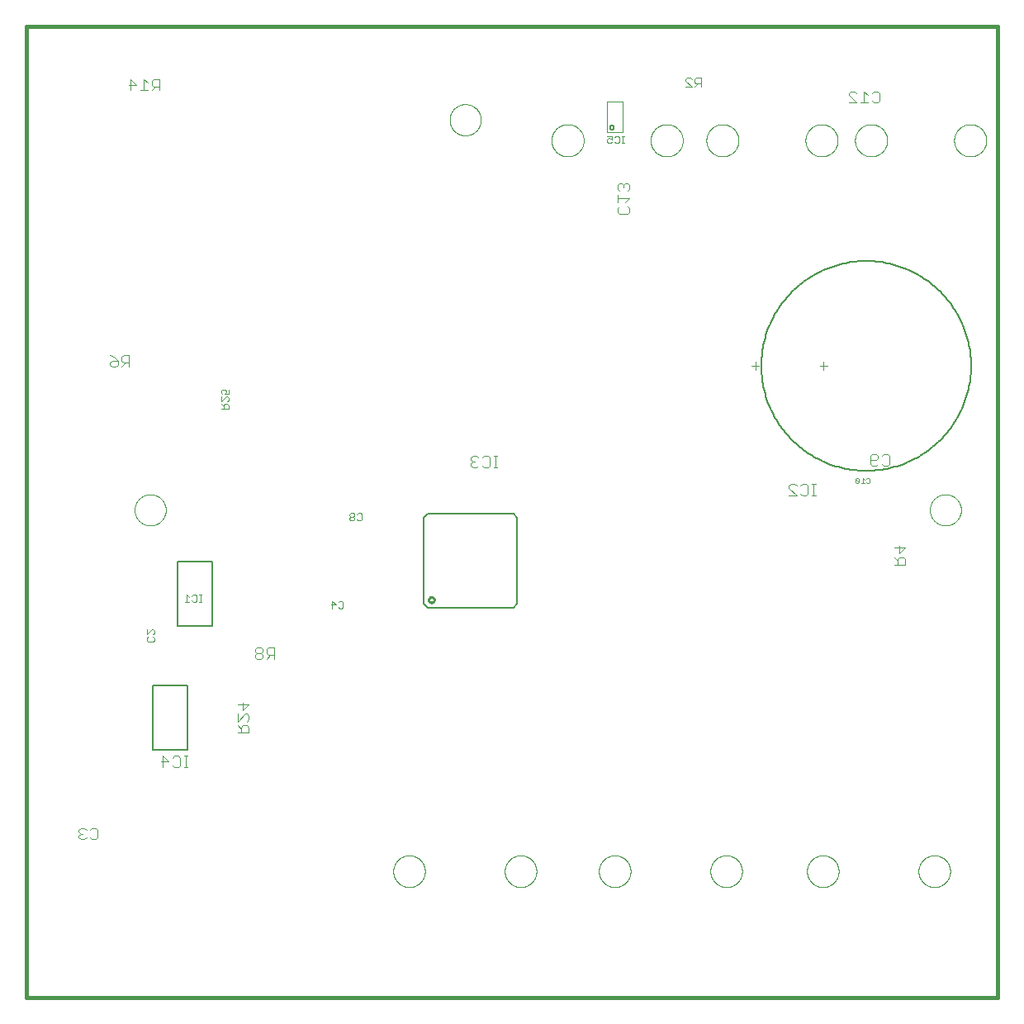
<source format=gbo>
G75*
%MOIN*%
%OFA0B0*%
%FSLAX25Y25*%
%IPPOS*%
%LPD*%
%AMOC8*
5,1,8,0,0,1.08239X$1,22.5*
%
%ADD10C,0.01600*%
%ADD11C,0.00800*%
%ADD12C,0.01000*%
%ADD13C,0.00400*%
%ADD14C,0.00300*%
%ADD15C,0.00000*%
%ADD16C,0.00394*%
%ADD17C,0.00787*%
D10*
X0001800Y0001800D02*
X0001800Y0393800D01*
X0393800Y0393800D01*
X0393800Y0001800D01*
X0001800Y0001800D01*
D11*
X0052800Y0101898D02*
X0066800Y0101898D01*
X0066800Y0127702D01*
X0052800Y0127702D01*
X0052800Y0101898D01*
X0062800Y0151898D02*
X0076800Y0151898D01*
X0076800Y0177702D01*
X0062800Y0177702D01*
X0062800Y0151898D01*
X0162167Y0160842D02*
X0162167Y0195487D01*
X0163742Y0197062D01*
X0198387Y0197062D01*
X0199962Y0195487D01*
X0199962Y0160842D01*
X0198387Y0159267D01*
X0163742Y0159267D01*
X0162167Y0160842D01*
X0298477Y0256800D02*
X0298490Y0257839D01*
X0298528Y0258877D01*
X0298592Y0259913D01*
X0298681Y0260948D01*
X0298795Y0261981D01*
X0298935Y0263010D01*
X0299100Y0264036D01*
X0299290Y0265057D01*
X0299505Y0266073D01*
X0299745Y0267084D01*
X0300010Y0268088D01*
X0300299Y0269086D01*
X0300613Y0270076D01*
X0300951Y0271058D01*
X0301313Y0272032D01*
X0301699Y0272996D01*
X0302108Y0273951D01*
X0302540Y0274895D01*
X0302996Y0275829D01*
X0303474Y0276751D01*
X0303975Y0277661D01*
X0304498Y0278558D01*
X0305043Y0279443D01*
X0305610Y0280313D01*
X0306197Y0281170D01*
X0306806Y0282012D01*
X0307435Y0282838D01*
X0308084Y0283649D01*
X0308753Y0284444D01*
X0309441Y0285222D01*
X0310148Y0285983D01*
X0310873Y0286727D01*
X0311617Y0287452D01*
X0312378Y0288159D01*
X0313156Y0288847D01*
X0313951Y0289516D01*
X0314762Y0290165D01*
X0315588Y0290794D01*
X0316430Y0291403D01*
X0317287Y0291990D01*
X0318157Y0292557D01*
X0319042Y0293102D01*
X0319939Y0293625D01*
X0320849Y0294126D01*
X0321771Y0294604D01*
X0322705Y0295060D01*
X0323649Y0295492D01*
X0324604Y0295901D01*
X0325568Y0296287D01*
X0326542Y0296649D01*
X0327524Y0296987D01*
X0328514Y0297301D01*
X0329512Y0297590D01*
X0330516Y0297855D01*
X0331527Y0298095D01*
X0332543Y0298310D01*
X0333564Y0298500D01*
X0334590Y0298665D01*
X0335619Y0298805D01*
X0336652Y0298919D01*
X0337687Y0299008D01*
X0338723Y0299072D01*
X0339761Y0299110D01*
X0340800Y0299123D01*
X0341839Y0299110D01*
X0342877Y0299072D01*
X0343913Y0299008D01*
X0344948Y0298919D01*
X0345981Y0298805D01*
X0347010Y0298665D01*
X0348036Y0298500D01*
X0349057Y0298310D01*
X0350073Y0298095D01*
X0351084Y0297855D01*
X0352088Y0297590D01*
X0353086Y0297301D01*
X0354076Y0296987D01*
X0355058Y0296649D01*
X0356032Y0296287D01*
X0356996Y0295901D01*
X0357951Y0295492D01*
X0358895Y0295060D01*
X0359829Y0294604D01*
X0360751Y0294126D01*
X0361661Y0293625D01*
X0362558Y0293102D01*
X0363443Y0292557D01*
X0364313Y0291990D01*
X0365170Y0291403D01*
X0366012Y0290794D01*
X0366838Y0290165D01*
X0367649Y0289516D01*
X0368444Y0288847D01*
X0369222Y0288159D01*
X0369983Y0287452D01*
X0370727Y0286727D01*
X0371452Y0285983D01*
X0372159Y0285222D01*
X0372847Y0284444D01*
X0373516Y0283649D01*
X0374165Y0282838D01*
X0374794Y0282012D01*
X0375403Y0281170D01*
X0375990Y0280313D01*
X0376557Y0279443D01*
X0377102Y0278558D01*
X0377625Y0277661D01*
X0378126Y0276751D01*
X0378604Y0275829D01*
X0379060Y0274895D01*
X0379492Y0273951D01*
X0379901Y0272996D01*
X0380287Y0272032D01*
X0380649Y0271058D01*
X0380987Y0270076D01*
X0381301Y0269086D01*
X0381590Y0268088D01*
X0381855Y0267084D01*
X0382095Y0266073D01*
X0382310Y0265057D01*
X0382500Y0264036D01*
X0382665Y0263010D01*
X0382805Y0261981D01*
X0382919Y0260948D01*
X0383008Y0259913D01*
X0383072Y0258877D01*
X0383110Y0257839D01*
X0383123Y0256800D01*
X0383110Y0255761D01*
X0383072Y0254723D01*
X0383008Y0253687D01*
X0382919Y0252652D01*
X0382805Y0251619D01*
X0382665Y0250590D01*
X0382500Y0249564D01*
X0382310Y0248543D01*
X0382095Y0247527D01*
X0381855Y0246516D01*
X0381590Y0245512D01*
X0381301Y0244514D01*
X0380987Y0243524D01*
X0380649Y0242542D01*
X0380287Y0241568D01*
X0379901Y0240604D01*
X0379492Y0239649D01*
X0379060Y0238705D01*
X0378604Y0237771D01*
X0378126Y0236849D01*
X0377625Y0235939D01*
X0377102Y0235042D01*
X0376557Y0234157D01*
X0375990Y0233287D01*
X0375403Y0232430D01*
X0374794Y0231588D01*
X0374165Y0230762D01*
X0373516Y0229951D01*
X0372847Y0229156D01*
X0372159Y0228378D01*
X0371452Y0227617D01*
X0370727Y0226873D01*
X0369983Y0226148D01*
X0369222Y0225441D01*
X0368444Y0224753D01*
X0367649Y0224084D01*
X0366838Y0223435D01*
X0366012Y0222806D01*
X0365170Y0222197D01*
X0364313Y0221610D01*
X0363443Y0221043D01*
X0362558Y0220498D01*
X0361661Y0219975D01*
X0360751Y0219474D01*
X0359829Y0218996D01*
X0358895Y0218540D01*
X0357951Y0218108D01*
X0356996Y0217699D01*
X0356032Y0217313D01*
X0355058Y0216951D01*
X0354076Y0216613D01*
X0353086Y0216299D01*
X0352088Y0216010D01*
X0351084Y0215745D01*
X0350073Y0215505D01*
X0349057Y0215290D01*
X0348036Y0215100D01*
X0347010Y0214935D01*
X0345981Y0214795D01*
X0344948Y0214681D01*
X0343913Y0214592D01*
X0342877Y0214528D01*
X0341839Y0214490D01*
X0340800Y0214477D01*
X0339761Y0214490D01*
X0338723Y0214528D01*
X0337687Y0214592D01*
X0336652Y0214681D01*
X0335619Y0214795D01*
X0334590Y0214935D01*
X0333564Y0215100D01*
X0332543Y0215290D01*
X0331527Y0215505D01*
X0330516Y0215745D01*
X0329512Y0216010D01*
X0328514Y0216299D01*
X0327524Y0216613D01*
X0326542Y0216951D01*
X0325568Y0217313D01*
X0324604Y0217699D01*
X0323649Y0218108D01*
X0322705Y0218540D01*
X0321771Y0218996D01*
X0320849Y0219474D01*
X0319939Y0219975D01*
X0319042Y0220498D01*
X0318157Y0221043D01*
X0317287Y0221610D01*
X0316430Y0222197D01*
X0315588Y0222806D01*
X0314762Y0223435D01*
X0313951Y0224084D01*
X0313156Y0224753D01*
X0312378Y0225441D01*
X0311617Y0226148D01*
X0310873Y0226873D01*
X0310148Y0227617D01*
X0309441Y0228378D01*
X0308753Y0229156D01*
X0308084Y0229951D01*
X0307435Y0230762D01*
X0306806Y0231588D01*
X0306197Y0232430D01*
X0305610Y0233287D01*
X0305043Y0234157D01*
X0304498Y0235042D01*
X0303975Y0235939D01*
X0303474Y0236849D01*
X0302996Y0237771D01*
X0302540Y0238705D01*
X0302108Y0239649D01*
X0301699Y0240604D01*
X0301313Y0241568D01*
X0300951Y0242542D01*
X0300613Y0243524D01*
X0300299Y0244514D01*
X0300010Y0245512D01*
X0299745Y0246516D01*
X0299505Y0247527D01*
X0299290Y0248543D01*
X0299100Y0249564D01*
X0298935Y0250590D01*
X0298795Y0251619D01*
X0298681Y0252652D01*
X0298592Y0253687D01*
X0298528Y0254723D01*
X0298490Y0255761D01*
X0298477Y0256800D01*
D12*
X0164203Y0162416D02*
X0164205Y0162483D01*
X0164211Y0162549D01*
X0164221Y0162615D01*
X0164235Y0162680D01*
X0164252Y0162744D01*
X0164274Y0162807D01*
X0164299Y0162869D01*
X0164328Y0162929D01*
X0164361Y0162987D01*
X0164396Y0163043D01*
X0164436Y0163097D01*
X0164478Y0163148D01*
X0164523Y0163197D01*
X0164571Y0163243D01*
X0164622Y0163286D01*
X0164675Y0163326D01*
X0164731Y0163363D01*
X0164789Y0163396D01*
X0164848Y0163426D01*
X0164909Y0163452D01*
X0164972Y0163475D01*
X0165036Y0163493D01*
X0165101Y0163508D01*
X0165167Y0163519D01*
X0165233Y0163526D01*
X0165299Y0163529D01*
X0165366Y0163528D01*
X0165432Y0163523D01*
X0165498Y0163514D01*
X0165564Y0163501D01*
X0165628Y0163484D01*
X0165691Y0163464D01*
X0165753Y0163439D01*
X0165814Y0163411D01*
X0165873Y0163380D01*
X0165929Y0163345D01*
X0165984Y0163307D01*
X0166036Y0163265D01*
X0166085Y0163220D01*
X0166132Y0163173D01*
X0166176Y0163123D01*
X0166216Y0163070D01*
X0166254Y0163015D01*
X0166288Y0162958D01*
X0166319Y0162899D01*
X0166346Y0162838D01*
X0166369Y0162776D01*
X0166389Y0162712D01*
X0166405Y0162647D01*
X0166417Y0162582D01*
X0166425Y0162516D01*
X0166429Y0162449D01*
X0166429Y0162383D01*
X0166425Y0162316D01*
X0166417Y0162250D01*
X0166405Y0162185D01*
X0166389Y0162120D01*
X0166369Y0162056D01*
X0166346Y0161994D01*
X0166319Y0161933D01*
X0166288Y0161874D01*
X0166254Y0161817D01*
X0166216Y0161762D01*
X0166176Y0161709D01*
X0166132Y0161659D01*
X0166085Y0161612D01*
X0166036Y0161567D01*
X0165984Y0161525D01*
X0165929Y0161487D01*
X0165872Y0161452D01*
X0165814Y0161421D01*
X0165753Y0161393D01*
X0165691Y0161368D01*
X0165628Y0161348D01*
X0165564Y0161331D01*
X0165498Y0161318D01*
X0165432Y0161309D01*
X0165366Y0161304D01*
X0165299Y0161303D01*
X0165233Y0161306D01*
X0165167Y0161313D01*
X0165101Y0161324D01*
X0165036Y0161339D01*
X0164972Y0161357D01*
X0164909Y0161380D01*
X0164848Y0161406D01*
X0164789Y0161436D01*
X0164731Y0161469D01*
X0164675Y0161506D01*
X0164622Y0161546D01*
X0164571Y0161589D01*
X0164523Y0161635D01*
X0164478Y0161684D01*
X0164436Y0161735D01*
X0164396Y0161789D01*
X0164361Y0161845D01*
X0164328Y0161903D01*
X0164299Y0161963D01*
X0164274Y0162025D01*
X0164252Y0162088D01*
X0164235Y0162152D01*
X0164221Y0162217D01*
X0164211Y0162283D01*
X0164205Y0162349D01*
X0164203Y0162416D01*
D13*
X0182005Y0215869D02*
X0181237Y0216636D01*
X0181237Y0217403D01*
X0182005Y0218170D01*
X0182772Y0218170D01*
X0182005Y0218170D02*
X0181237Y0218938D01*
X0181237Y0219705D01*
X0182005Y0220472D01*
X0183539Y0220472D01*
X0184306Y0219705D01*
X0185841Y0219705D02*
X0186608Y0220472D01*
X0188143Y0220472D01*
X0188910Y0219705D01*
X0188910Y0216636D01*
X0188143Y0215869D01*
X0186608Y0215869D01*
X0185841Y0216636D01*
X0184306Y0216636D02*
X0183539Y0215869D01*
X0182005Y0215869D01*
X0190445Y0215869D02*
X0191980Y0215869D01*
X0191212Y0215869D02*
X0191212Y0220472D01*
X0190445Y0220472D02*
X0191980Y0220472D01*
X0101808Y0143104D02*
X0101808Y0138500D01*
X0101808Y0140035D02*
X0099506Y0140035D01*
X0098739Y0140802D01*
X0098739Y0142337D01*
X0099506Y0143104D01*
X0101808Y0143104D01*
X0100273Y0140035D02*
X0098739Y0138500D01*
X0097204Y0139267D02*
X0097204Y0140035D01*
X0096437Y0140802D01*
X0094902Y0140802D01*
X0094135Y0140035D01*
X0094135Y0139267D01*
X0094902Y0138500D01*
X0096437Y0138500D01*
X0097204Y0139267D01*
X0096437Y0140802D02*
X0097204Y0141569D01*
X0097204Y0142337D01*
X0096437Y0143104D01*
X0094902Y0143104D01*
X0094135Y0142337D01*
X0094135Y0141569D01*
X0094902Y0140802D01*
X0089302Y0120965D02*
X0089302Y0117896D01*
X0091604Y0120198D01*
X0087000Y0120198D01*
X0087000Y0116361D02*
X0087000Y0113292D01*
X0090069Y0116361D01*
X0090837Y0116361D01*
X0091604Y0115594D01*
X0091604Y0114059D01*
X0090837Y0113292D01*
X0090837Y0111757D02*
X0089302Y0111757D01*
X0088535Y0110990D01*
X0088535Y0108688D01*
X0088535Y0110223D02*
X0087000Y0111757D01*
X0087000Y0108688D02*
X0091604Y0108688D01*
X0091604Y0110990D01*
X0090837Y0111757D01*
X0066877Y0099404D02*
X0065343Y0099404D01*
X0066110Y0099404D02*
X0066110Y0094800D01*
X0066877Y0094800D02*
X0065343Y0094800D01*
X0063808Y0095567D02*
X0063041Y0094800D01*
X0061506Y0094800D01*
X0060739Y0095567D01*
X0059204Y0097102D02*
X0056135Y0097102D01*
X0056902Y0099404D02*
X0059204Y0097102D01*
X0060739Y0098637D02*
X0061506Y0099404D01*
X0063041Y0099404D01*
X0063808Y0098637D01*
X0063808Y0095567D01*
X0056902Y0094800D02*
X0056902Y0099404D01*
X0029833Y0070285D02*
X0030600Y0069518D01*
X0030600Y0066448D01*
X0029833Y0065681D01*
X0028298Y0065681D01*
X0027531Y0066448D01*
X0025996Y0066448D02*
X0025229Y0065681D01*
X0023694Y0065681D01*
X0022927Y0066448D01*
X0022927Y0067216D01*
X0023694Y0067983D01*
X0024461Y0067983D01*
X0023694Y0067983D02*
X0022927Y0068750D01*
X0022927Y0069518D01*
X0023694Y0070285D01*
X0025229Y0070285D01*
X0025996Y0069518D01*
X0027531Y0069518D02*
X0028298Y0070285D01*
X0029833Y0070285D01*
X0036402Y0256500D02*
X0035635Y0257267D01*
X0035635Y0258035D01*
X0036402Y0258802D01*
X0038704Y0258802D01*
X0038704Y0257267D01*
X0037937Y0256500D01*
X0036402Y0256500D01*
X0038704Y0258802D02*
X0037169Y0260337D01*
X0035635Y0261104D01*
X0040239Y0260337D02*
X0040239Y0258802D01*
X0041006Y0258035D01*
X0043308Y0258035D01*
X0041773Y0258035D02*
X0040239Y0256500D01*
X0043308Y0256500D02*
X0043308Y0261104D01*
X0041006Y0261104D01*
X0040239Y0260337D01*
X0043902Y0368000D02*
X0043902Y0372604D01*
X0046204Y0370302D01*
X0043135Y0370302D01*
X0047739Y0368000D02*
X0050808Y0368000D01*
X0052343Y0368000D02*
X0053877Y0369535D01*
X0053110Y0369535D02*
X0055412Y0369535D01*
X0055412Y0368000D02*
X0055412Y0372604D01*
X0053110Y0372604D01*
X0052343Y0371837D01*
X0052343Y0370302D01*
X0053110Y0369535D01*
X0050808Y0371069D02*
X0049273Y0372604D01*
X0049273Y0368000D01*
X0236250Y0349602D02*
X0238118Y0349602D01*
X0238118Y0348201D01*
X0237184Y0348668D01*
X0236717Y0348668D01*
X0236250Y0348201D01*
X0236250Y0347267D01*
X0236717Y0346800D01*
X0237651Y0346800D01*
X0238118Y0347267D01*
X0239196Y0347267D02*
X0239663Y0346800D01*
X0240597Y0346800D01*
X0241064Y0347267D01*
X0241064Y0349135D01*
X0240597Y0349602D01*
X0239663Y0349602D01*
X0239196Y0349135D01*
X0242095Y0349602D02*
X0243029Y0349602D01*
X0242562Y0349602D02*
X0242562Y0346800D01*
X0243029Y0346800D02*
X0242095Y0346800D01*
X0242035Y0330465D02*
X0241267Y0330465D01*
X0240500Y0329698D01*
X0240500Y0328163D01*
X0241267Y0327396D01*
X0240500Y0325861D02*
X0240500Y0322792D01*
X0240500Y0324327D02*
X0245104Y0324327D01*
X0243569Y0322792D01*
X0244337Y0321257D02*
X0245104Y0320490D01*
X0245104Y0318956D01*
X0244337Y0318188D01*
X0241267Y0318188D01*
X0240500Y0318956D01*
X0240500Y0320490D01*
X0241267Y0321257D01*
X0244337Y0327396D02*
X0245104Y0328163D01*
X0245104Y0329698D01*
X0244337Y0330465D01*
X0243569Y0330465D01*
X0242802Y0329698D01*
X0242035Y0330465D01*
X0242802Y0329698D02*
X0242802Y0328931D01*
X0296092Y0258337D02*
X0296092Y0255267D01*
X0297626Y0256802D02*
X0294557Y0256802D01*
X0322116Y0256802D02*
X0325185Y0256802D01*
X0323651Y0258337D02*
X0323651Y0255267D01*
X0343194Y0221104D02*
X0344729Y0221104D01*
X0345496Y0220337D01*
X0345496Y0219569D01*
X0344729Y0218802D01*
X0342427Y0218802D01*
X0342427Y0217267D02*
X0342427Y0220337D01*
X0343194Y0221104D01*
X0342427Y0217267D02*
X0343194Y0216500D01*
X0344729Y0216500D01*
X0345496Y0217267D01*
X0347031Y0217267D02*
X0347798Y0216500D01*
X0349333Y0216500D01*
X0350100Y0217267D01*
X0350100Y0220337D01*
X0349333Y0221104D01*
X0347798Y0221104D01*
X0347031Y0220337D01*
X0341896Y0211602D02*
X0342230Y0211268D01*
X0342230Y0209934D01*
X0341896Y0209600D01*
X0341229Y0209600D01*
X0340895Y0209934D01*
X0340020Y0209600D02*
X0338685Y0209600D01*
X0339353Y0209600D02*
X0339353Y0211602D01*
X0340020Y0210934D01*
X0340895Y0211268D02*
X0341229Y0211602D01*
X0341896Y0211602D01*
X0337810Y0211268D02*
X0337810Y0209934D01*
X0336475Y0211268D01*
X0336475Y0209934D01*
X0336809Y0209600D01*
X0337476Y0209600D01*
X0337810Y0209934D01*
X0337810Y0211268D02*
X0337476Y0211602D01*
X0336809Y0211602D01*
X0336475Y0211268D01*
X0320377Y0209104D02*
X0318843Y0209104D01*
X0319610Y0209104D02*
X0319610Y0204500D01*
X0320377Y0204500D02*
X0318843Y0204500D01*
X0317308Y0205267D02*
X0316541Y0204500D01*
X0315006Y0204500D01*
X0314239Y0205267D01*
X0312704Y0204500D02*
X0309635Y0207569D01*
X0309635Y0208337D01*
X0310402Y0209104D01*
X0311937Y0209104D01*
X0312704Y0208337D01*
X0314239Y0208337D02*
X0315006Y0209104D01*
X0316541Y0209104D01*
X0317308Y0208337D01*
X0317308Y0205267D01*
X0312704Y0204500D02*
X0309635Y0204500D01*
X0352000Y0183406D02*
X0356604Y0183406D01*
X0354302Y0181104D01*
X0354302Y0184173D01*
X0354302Y0179569D02*
X0353535Y0178802D01*
X0353535Y0176500D01*
X0353535Y0178035D02*
X0352000Y0179569D01*
X0354302Y0179569D02*
X0355837Y0179569D01*
X0356604Y0178802D01*
X0356604Y0176500D01*
X0352000Y0176500D01*
X0345333Y0363000D02*
X0343798Y0363000D01*
X0343031Y0363767D01*
X0341496Y0363000D02*
X0338427Y0363000D01*
X0339961Y0363000D02*
X0339961Y0367604D01*
X0341496Y0366069D01*
X0343031Y0366837D02*
X0343798Y0367604D01*
X0345333Y0367604D01*
X0346100Y0366837D01*
X0346100Y0363767D01*
X0345333Y0363000D01*
X0336892Y0363000D02*
X0333823Y0366069D01*
X0333823Y0366837D01*
X0334590Y0367604D01*
X0336125Y0367604D01*
X0336892Y0366837D01*
X0336892Y0363000D02*
X0333823Y0363000D01*
D14*
X0274016Y0369450D02*
X0274016Y0373153D01*
X0272165Y0373153D01*
X0271548Y0372536D01*
X0271548Y0371302D01*
X0272165Y0370684D01*
X0274016Y0370684D01*
X0272782Y0370684D02*
X0271548Y0369450D01*
X0270333Y0369450D02*
X0267864Y0371919D01*
X0267864Y0372536D01*
X0268482Y0373153D01*
X0269716Y0373153D01*
X0270333Y0372536D01*
X0270333Y0369450D02*
X0267864Y0369450D01*
X0136666Y0197352D02*
X0137150Y0196869D01*
X0137150Y0194934D01*
X0136666Y0194450D01*
X0135699Y0194450D01*
X0135215Y0194934D01*
X0134203Y0194934D02*
X0134203Y0195417D01*
X0133720Y0195901D01*
X0132752Y0195901D01*
X0132269Y0195417D01*
X0132269Y0194934D01*
X0132752Y0194450D01*
X0133720Y0194450D01*
X0134203Y0194934D01*
X0133720Y0195901D02*
X0134203Y0196385D01*
X0134203Y0196869D01*
X0133720Y0197352D01*
X0132752Y0197352D01*
X0132269Y0196869D01*
X0132269Y0196385D01*
X0132752Y0195901D01*
X0135215Y0196869D02*
X0135699Y0197352D01*
X0136666Y0197352D01*
X0129166Y0161852D02*
X0129650Y0161369D01*
X0129650Y0159434D01*
X0129166Y0158950D01*
X0128199Y0158950D01*
X0127715Y0159434D01*
X0126703Y0160401D02*
X0124769Y0160401D01*
X0125252Y0158950D02*
X0125252Y0161852D01*
X0126703Y0160401D01*
X0127715Y0161369D02*
X0128199Y0161852D01*
X0129166Y0161852D01*
X0072507Y0161550D02*
X0071540Y0161550D01*
X0072024Y0161550D02*
X0072024Y0164452D01*
X0072507Y0164452D02*
X0071540Y0164452D01*
X0070543Y0163969D02*
X0070543Y0162034D01*
X0070059Y0161550D01*
X0069092Y0161550D01*
X0068608Y0162034D01*
X0067597Y0161550D02*
X0065662Y0161550D01*
X0066629Y0161550D02*
X0066629Y0164452D01*
X0067597Y0163485D01*
X0068608Y0163969D02*
X0069092Y0164452D01*
X0070059Y0164452D01*
X0070543Y0163969D01*
X0053352Y0149848D02*
X0053352Y0148880D01*
X0052869Y0148397D01*
X0052869Y0147385D02*
X0053352Y0146901D01*
X0053352Y0145934D01*
X0052869Y0145450D01*
X0050934Y0145450D01*
X0050450Y0145934D01*
X0050450Y0146901D01*
X0050934Y0147385D01*
X0050450Y0148397D02*
X0052385Y0150331D01*
X0052869Y0150331D01*
X0053352Y0149848D01*
X0050450Y0150331D02*
X0050450Y0148397D01*
X0080450Y0239450D02*
X0083352Y0239450D01*
X0083352Y0240901D01*
X0082869Y0241385D01*
X0081901Y0241385D01*
X0081417Y0240901D01*
X0081417Y0239450D01*
X0081417Y0240417D02*
X0080450Y0241385D01*
X0080450Y0242397D02*
X0082385Y0244331D01*
X0082869Y0244331D01*
X0083352Y0243848D01*
X0083352Y0242880D01*
X0082869Y0242397D01*
X0080450Y0242397D02*
X0080450Y0244331D01*
X0080934Y0245343D02*
X0080450Y0245827D01*
X0080450Y0246794D01*
X0080934Y0247278D01*
X0081901Y0247278D01*
X0082385Y0246794D01*
X0082385Y0246311D01*
X0081901Y0245343D01*
X0083352Y0245343D01*
X0083352Y0247278D01*
D15*
X0045501Y0198650D02*
X0045503Y0198808D01*
X0045509Y0198966D01*
X0045519Y0199124D01*
X0045533Y0199282D01*
X0045551Y0199439D01*
X0045572Y0199596D01*
X0045598Y0199752D01*
X0045628Y0199908D01*
X0045661Y0200063D01*
X0045699Y0200216D01*
X0045740Y0200369D01*
X0045785Y0200521D01*
X0045834Y0200672D01*
X0045887Y0200821D01*
X0045943Y0200969D01*
X0046003Y0201115D01*
X0046067Y0201260D01*
X0046135Y0201403D01*
X0046206Y0201545D01*
X0046280Y0201685D01*
X0046358Y0201822D01*
X0046440Y0201958D01*
X0046524Y0202092D01*
X0046613Y0202223D01*
X0046704Y0202352D01*
X0046799Y0202479D01*
X0046896Y0202604D01*
X0046997Y0202726D01*
X0047101Y0202845D01*
X0047208Y0202962D01*
X0047318Y0203076D01*
X0047431Y0203187D01*
X0047546Y0203296D01*
X0047664Y0203401D01*
X0047785Y0203503D01*
X0047908Y0203603D01*
X0048034Y0203699D01*
X0048162Y0203792D01*
X0048292Y0203882D01*
X0048425Y0203968D01*
X0048560Y0204052D01*
X0048696Y0204131D01*
X0048835Y0204208D01*
X0048976Y0204280D01*
X0049118Y0204350D01*
X0049262Y0204415D01*
X0049408Y0204477D01*
X0049555Y0204535D01*
X0049704Y0204590D01*
X0049854Y0204641D01*
X0050005Y0204688D01*
X0050157Y0204731D01*
X0050310Y0204770D01*
X0050465Y0204806D01*
X0050620Y0204837D01*
X0050776Y0204865D01*
X0050932Y0204889D01*
X0051089Y0204909D01*
X0051247Y0204925D01*
X0051404Y0204937D01*
X0051563Y0204945D01*
X0051721Y0204949D01*
X0051879Y0204949D01*
X0052037Y0204945D01*
X0052196Y0204937D01*
X0052353Y0204925D01*
X0052511Y0204909D01*
X0052668Y0204889D01*
X0052824Y0204865D01*
X0052980Y0204837D01*
X0053135Y0204806D01*
X0053290Y0204770D01*
X0053443Y0204731D01*
X0053595Y0204688D01*
X0053746Y0204641D01*
X0053896Y0204590D01*
X0054045Y0204535D01*
X0054192Y0204477D01*
X0054338Y0204415D01*
X0054482Y0204350D01*
X0054624Y0204280D01*
X0054765Y0204208D01*
X0054904Y0204131D01*
X0055040Y0204052D01*
X0055175Y0203968D01*
X0055308Y0203882D01*
X0055438Y0203792D01*
X0055566Y0203699D01*
X0055692Y0203603D01*
X0055815Y0203503D01*
X0055936Y0203401D01*
X0056054Y0203296D01*
X0056169Y0203187D01*
X0056282Y0203076D01*
X0056392Y0202962D01*
X0056499Y0202845D01*
X0056603Y0202726D01*
X0056704Y0202604D01*
X0056801Y0202479D01*
X0056896Y0202352D01*
X0056987Y0202223D01*
X0057076Y0202092D01*
X0057160Y0201958D01*
X0057242Y0201822D01*
X0057320Y0201685D01*
X0057394Y0201545D01*
X0057465Y0201403D01*
X0057533Y0201260D01*
X0057597Y0201115D01*
X0057657Y0200969D01*
X0057713Y0200821D01*
X0057766Y0200672D01*
X0057815Y0200521D01*
X0057860Y0200369D01*
X0057901Y0200216D01*
X0057939Y0200063D01*
X0057972Y0199908D01*
X0058002Y0199752D01*
X0058028Y0199596D01*
X0058049Y0199439D01*
X0058067Y0199282D01*
X0058081Y0199124D01*
X0058091Y0198966D01*
X0058097Y0198808D01*
X0058099Y0198650D01*
X0058097Y0198492D01*
X0058091Y0198334D01*
X0058081Y0198176D01*
X0058067Y0198018D01*
X0058049Y0197861D01*
X0058028Y0197704D01*
X0058002Y0197548D01*
X0057972Y0197392D01*
X0057939Y0197237D01*
X0057901Y0197084D01*
X0057860Y0196931D01*
X0057815Y0196779D01*
X0057766Y0196628D01*
X0057713Y0196479D01*
X0057657Y0196331D01*
X0057597Y0196185D01*
X0057533Y0196040D01*
X0057465Y0195897D01*
X0057394Y0195755D01*
X0057320Y0195615D01*
X0057242Y0195478D01*
X0057160Y0195342D01*
X0057076Y0195208D01*
X0056987Y0195077D01*
X0056896Y0194948D01*
X0056801Y0194821D01*
X0056704Y0194696D01*
X0056603Y0194574D01*
X0056499Y0194455D01*
X0056392Y0194338D01*
X0056282Y0194224D01*
X0056169Y0194113D01*
X0056054Y0194004D01*
X0055936Y0193899D01*
X0055815Y0193797D01*
X0055692Y0193697D01*
X0055566Y0193601D01*
X0055438Y0193508D01*
X0055308Y0193418D01*
X0055175Y0193332D01*
X0055040Y0193248D01*
X0054904Y0193169D01*
X0054765Y0193092D01*
X0054624Y0193020D01*
X0054482Y0192950D01*
X0054338Y0192885D01*
X0054192Y0192823D01*
X0054045Y0192765D01*
X0053896Y0192710D01*
X0053746Y0192659D01*
X0053595Y0192612D01*
X0053443Y0192569D01*
X0053290Y0192530D01*
X0053135Y0192494D01*
X0052980Y0192463D01*
X0052824Y0192435D01*
X0052668Y0192411D01*
X0052511Y0192391D01*
X0052353Y0192375D01*
X0052196Y0192363D01*
X0052037Y0192355D01*
X0051879Y0192351D01*
X0051721Y0192351D01*
X0051563Y0192355D01*
X0051404Y0192363D01*
X0051247Y0192375D01*
X0051089Y0192391D01*
X0050932Y0192411D01*
X0050776Y0192435D01*
X0050620Y0192463D01*
X0050465Y0192494D01*
X0050310Y0192530D01*
X0050157Y0192569D01*
X0050005Y0192612D01*
X0049854Y0192659D01*
X0049704Y0192710D01*
X0049555Y0192765D01*
X0049408Y0192823D01*
X0049262Y0192885D01*
X0049118Y0192950D01*
X0048976Y0193020D01*
X0048835Y0193092D01*
X0048696Y0193169D01*
X0048560Y0193248D01*
X0048425Y0193332D01*
X0048292Y0193418D01*
X0048162Y0193508D01*
X0048034Y0193601D01*
X0047908Y0193697D01*
X0047785Y0193797D01*
X0047664Y0193899D01*
X0047546Y0194004D01*
X0047431Y0194113D01*
X0047318Y0194224D01*
X0047208Y0194338D01*
X0047101Y0194455D01*
X0046997Y0194574D01*
X0046896Y0194696D01*
X0046799Y0194821D01*
X0046704Y0194948D01*
X0046613Y0195077D01*
X0046524Y0195208D01*
X0046440Y0195342D01*
X0046358Y0195478D01*
X0046280Y0195615D01*
X0046206Y0195755D01*
X0046135Y0195897D01*
X0046067Y0196040D01*
X0046003Y0196185D01*
X0045943Y0196331D01*
X0045887Y0196479D01*
X0045834Y0196628D01*
X0045785Y0196779D01*
X0045740Y0196931D01*
X0045699Y0197084D01*
X0045661Y0197237D01*
X0045628Y0197392D01*
X0045598Y0197548D01*
X0045572Y0197704D01*
X0045551Y0197861D01*
X0045533Y0198018D01*
X0045519Y0198176D01*
X0045509Y0198334D01*
X0045503Y0198492D01*
X0045501Y0198650D01*
X0149900Y0052800D02*
X0149902Y0052960D01*
X0149908Y0053119D01*
X0149918Y0053278D01*
X0149932Y0053437D01*
X0149950Y0053596D01*
X0149971Y0053754D01*
X0149997Y0053911D01*
X0150027Y0054068D01*
X0150060Y0054224D01*
X0150098Y0054379D01*
X0150139Y0054533D01*
X0150184Y0054686D01*
X0150233Y0054838D01*
X0150286Y0054989D01*
X0150342Y0055138D01*
X0150403Y0055286D01*
X0150466Y0055432D01*
X0150534Y0055577D01*
X0150605Y0055720D01*
X0150679Y0055861D01*
X0150757Y0056000D01*
X0150839Y0056137D01*
X0150924Y0056272D01*
X0151012Y0056405D01*
X0151104Y0056536D01*
X0151198Y0056664D01*
X0151296Y0056790D01*
X0151397Y0056914D01*
X0151501Y0057035D01*
X0151608Y0057153D01*
X0151718Y0057269D01*
X0151831Y0057382D01*
X0151947Y0057492D01*
X0152065Y0057599D01*
X0152186Y0057703D01*
X0152310Y0057804D01*
X0152436Y0057902D01*
X0152564Y0057996D01*
X0152695Y0058088D01*
X0152828Y0058176D01*
X0152963Y0058261D01*
X0153100Y0058343D01*
X0153239Y0058421D01*
X0153380Y0058495D01*
X0153523Y0058566D01*
X0153668Y0058634D01*
X0153814Y0058697D01*
X0153962Y0058758D01*
X0154111Y0058814D01*
X0154262Y0058867D01*
X0154414Y0058916D01*
X0154567Y0058961D01*
X0154721Y0059002D01*
X0154876Y0059040D01*
X0155032Y0059073D01*
X0155189Y0059103D01*
X0155346Y0059129D01*
X0155504Y0059150D01*
X0155663Y0059168D01*
X0155822Y0059182D01*
X0155981Y0059192D01*
X0156140Y0059198D01*
X0156300Y0059200D01*
X0156460Y0059198D01*
X0156619Y0059192D01*
X0156778Y0059182D01*
X0156937Y0059168D01*
X0157096Y0059150D01*
X0157254Y0059129D01*
X0157411Y0059103D01*
X0157568Y0059073D01*
X0157724Y0059040D01*
X0157879Y0059002D01*
X0158033Y0058961D01*
X0158186Y0058916D01*
X0158338Y0058867D01*
X0158489Y0058814D01*
X0158638Y0058758D01*
X0158786Y0058697D01*
X0158932Y0058634D01*
X0159077Y0058566D01*
X0159220Y0058495D01*
X0159361Y0058421D01*
X0159500Y0058343D01*
X0159637Y0058261D01*
X0159772Y0058176D01*
X0159905Y0058088D01*
X0160036Y0057996D01*
X0160164Y0057902D01*
X0160290Y0057804D01*
X0160414Y0057703D01*
X0160535Y0057599D01*
X0160653Y0057492D01*
X0160769Y0057382D01*
X0160882Y0057269D01*
X0160992Y0057153D01*
X0161099Y0057035D01*
X0161203Y0056914D01*
X0161304Y0056790D01*
X0161402Y0056664D01*
X0161496Y0056536D01*
X0161588Y0056405D01*
X0161676Y0056272D01*
X0161761Y0056137D01*
X0161843Y0056000D01*
X0161921Y0055861D01*
X0161995Y0055720D01*
X0162066Y0055577D01*
X0162134Y0055432D01*
X0162197Y0055286D01*
X0162258Y0055138D01*
X0162314Y0054989D01*
X0162367Y0054838D01*
X0162416Y0054686D01*
X0162461Y0054533D01*
X0162502Y0054379D01*
X0162540Y0054224D01*
X0162573Y0054068D01*
X0162603Y0053911D01*
X0162629Y0053754D01*
X0162650Y0053596D01*
X0162668Y0053437D01*
X0162682Y0053278D01*
X0162692Y0053119D01*
X0162698Y0052960D01*
X0162700Y0052800D01*
X0162698Y0052640D01*
X0162692Y0052481D01*
X0162682Y0052322D01*
X0162668Y0052163D01*
X0162650Y0052004D01*
X0162629Y0051846D01*
X0162603Y0051689D01*
X0162573Y0051532D01*
X0162540Y0051376D01*
X0162502Y0051221D01*
X0162461Y0051067D01*
X0162416Y0050914D01*
X0162367Y0050762D01*
X0162314Y0050611D01*
X0162258Y0050462D01*
X0162197Y0050314D01*
X0162134Y0050168D01*
X0162066Y0050023D01*
X0161995Y0049880D01*
X0161921Y0049739D01*
X0161843Y0049600D01*
X0161761Y0049463D01*
X0161676Y0049328D01*
X0161588Y0049195D01*
X0161496Y0049064D01*
X0161402Y0048936D01*
X0161304Y0048810D01*
X0161203Y0048686D01*
X0161099Y0048565D01*
X0160992Y0048447D01*
X0160882Y0048331D01*
X0160769Y0048218D01*
X0160653Y0048108D01*
X0160535Y0048001D01*
X0160414Y0047897D01*
X0160290Y0047796D01*
X0160164Y0047698D01*
X0160036Y0047604D01*
X0159905Y0047512D01*
X0159772Y0047424D01*
X0159637Y0047339D01*
X0159500Y0047257D01*
X0159361Y0047179D01*
X0159220Y0047105D01*
X0159077Y0047034D01*
X0158932Y0046966D01*
X0158786Y0046903D01*
X0158638Y0046842D01*
X0158489Y0046786D01*
X0158338Y0046733D01*
X0158186Y0046684D01*
X0158033Y0046639D01*
X0157879Y0046598D01*
X0157724Y0046560D01*
X0157568Y0046527D01*
X0157411Y0046497D01*
X0157254Y0046471D01*
X0157096Y0046450D01*
X0156937Y0046432D01*
X0156778Y0046418D01*
X0156619Y0046408D01*
X0156460Y0046402D01*
X0156300Y0046400D01*
X0156140Y0046402D01*
X0155981Y0046408D01*
X0155822Y0046418D01*
X0155663Y0046432D01*
X0155504Y0046450D01*
X0155346Y0046471D01*
X0155189Y0046497D01*
X0155032Y0046527D01*
X0154876Y0046560D01*
X0154721Y0046598D01*
X0154567Y0046639D01*
X0154414Y0046684D01*
X0154262Y0046733D01*
X0154111Y0046786D01*
X0153962Y0046842D01*
X0153814Y0046903D01*
X0153668Y0046966D01*
X0153523Y0047034D01*
X0153380Y0047105D01*
X0153239Y0047179D01*
X0153100Y0047257D01*
X0152963Y0047339D01*
X0152828Y0047424D01*
X0152695Y0047512D01*
X0152564Y0047604D01*
X0152436Y0047698D01*
X0152310Y0047796D01*
X0152186Y0047897D01*
X0152065Y0048001D01*
X0151947Y0048108D01*
X0151831Y0048218D01*
X0151718Y0048331D01*
X0151608Y0048447D01*
X0151501Y0048565D01*
X0151397Y0048686D01*
X0151296Y0048810D01*
X0151198Y0048936D01*
X0151104Y0049064D01*
X0151012Y0049195D01*
X0150924Y0049328D01*
X0150839Y0049463D01*
X0150757Y0049600D01*
X0150679Y0049739D01*
X0150605Y0049880D01*
X0150534Y0050023D01*
X0150466Y0050168D01*
X0150403Y0050314D01*
X0150342Y0050462D01*
X0150286Y0050611D01*
X0150233Y0050762D01*
X0150184Y0050914D01*
X0150139Y0051067D01*
X0150098Y0051221D01*
X0150060Y0051376D01*
X0150027Y0051532D01*
X0149997Y0051689D01*
X0149971Y0051846D01*
X0149950Y0052004D01*
X0149932Y0052163D01*
X0149918Y0052322D01*
X0149908Y0052481D01*
X0149902Y0052640D01*
X0149900Y0052800D01*
X0194900Y0052800D02*
X0194902Y0052960D01*
X0194908Y0053119D01*
X0194918Y0053278D01*
X0194932Y0053437D01*
X0194950Y0053596D01*
X0194971Y0053754D01*
X0194997Y0053911D01*
X0195027Y0054068D01*
X0195060Y0054224D01*
X0195098Y0054379D01*
X0195139Y0054533D01*
X0195184Y0054686D01*
X0195233Y0054838D01*
X0195286Y0054989D01*
X0195342Y0055138D01*
X0195403Y0055286D01*
X0195466Y0055432D01*
X0195534Y0055577D01*
X0195605Y0055720D01*
X0195679Y0055861D01*
X0195757Y0056000D01*
X0195839Y0056137D01*
X0195924Y0056272D01*
X0196012Y0056405D01*
X0196104Y0056536D01*
X0196198Y0056664D01*
X0196296Y0056790D01*
X0196397Y0056914D01*
X0196501Y0057035D01*
X0196608Y0057153D01*
X0196718Y0057269D01*
X0196831Y0057382D01*
X0196947Y0057492D01*
X0197065Y0057599D01*
X0197186Y0057703D01*
X0197310Y0057804D01*
X0197436Y0057902D01*
X0197564Y0057996D01*
X0197695Y0058088D01*
X0197828Y0058176D01*
X0197963Y0058261D01*
X0198100Y0058343D01*
X0198239Y0058421D01*
X0198380Y0058495D01*
X0198523Y0058566D01*
X0198668Y0058634D01*
X0198814Y0058697D01*
X0198962Y0058758D01*
X0199111Y0058814D01*
X0199262Y0058867D01*
X0199414Y0058916D01*
X0199567Y0058961D01*
X0199721Y0059002D01*
X0199876Y0059040D01*
X0200032Y0059073D01*
X0200189Y0059103D01*
X0200346Y0059129D01*
X0200504Y0059150D01*
X0200663Y0059168D01*
X0200822Y0059182D01*
X0200981Y0059192D01*
X0201140Y0059198D01*
X0201300Y0059200D01*
X0201460Y0059198D01*
X0201619Y0059192D01*
X0201778Y0059182D01*
X0201937Y0059168D01*
X0202096Y0059150D01*
X0202254Y0059129D01*
X0202411Y0059103D01*
X0202568Y0059073D01*
X0202724Y0059040D01*
X0202879Y0059002D01*
X0203033Y0058961D01*
X0203186Y0058916D01*
X0203338Y0058867D01*
X0203489Y0058814D01*
X0203638Y0058758D01*
X0203786Y0058697D01*
X0203932Y0058634D01*
X0204077Y0058566D01*
X0204220Y0058495D01*
X0204361Y0058421D01*
X0204500Y0058343D01*
X0204637Y0058261D01*
X0204772Y0058176D01*
X0204905Y0058088D01*
X0205036Y0057996D01*
X0205164Y0057902D01*
X0205290Y0057804D01*
X0205414Y0057703D01*
X0205535Y0057599D01*
X0205653Y0057492D01*
X0205769Y0057382D01*
X0205882Y0057269D01*
X0205992Y0057153D01*
X0206099Y0057035D01*
X0206203Y0056914D01*
X0206304Y0056790D01*
X0206402Y0056664D01*
X0206496Y0056536D01*
X0206588Y0056405D01*
X0206676Y0056272D01*
X0206761Y0056137D01*
X0206843Y0056000D01*
X0206921Y0055861D01*
X0206995Y0055720D01*
X0207066Y0055577D01*
X0207134Y0055432D01*
X0207197Y0055286D01*
X0207258Y0055138D01*
X0207314Y0054989D01*
X0207367Y0054838D01*
X0207416Y0054686D01*
X0207461Y0054533D01*
X0207502Y0054379D01*
X0207540Y0054224D01*
X0207573Y0054068D01*
X0207603Y0053911D01*
X0207629Y0053754D01*
X0207650Y0053596D01*
X0207668Y0053437D01*
X0207682Y0053278D01*
X0207692Y0053119D01*
X0207698Y0052960D01*
X0207700Y0052800D01*
X0207698Y0052640D01*
X0207692Y0052481D01*
X0207682Y0052322D01*
X0207668Y0052163D01*
X0207650Y0052004D01*
X0207629Y0051846D01*
X0207603Y0051689D01*
X0207573Y0051532D01*
X0207540Y0051376D01*
X0207502Y0051221D01*
X0207461Y0051067D01*
X0207416Y0050914D01*
X0207367Y0050762D01*
X0207314Y0050611D01*
X0207258Y0050462D01*
X0207197Y0050314D01*
X0207134Y0050168D01*
X0207066Y0050023D01*
X0206995Y0049880D01*
X0206921Y0049739D01*
X0206843Y0049600D01*
X0206761Y0049463D01*
X0206676Y0049328D01*
X0206588Y0049195D01*
X0206496Y0049064D01*
X0206402Y0048936D01*
X0206304Y0048810D01*
X0206203Y0048686D01*
X0206099Y0048565D01*
X0205992Y0048447D01*
X0205882Y0048331D01*
X0205769Y0048218D01*
X0205653Y0048108D01*
X0205535Y0048001D01*
X0205414Y0047897D01*
X0205290Y0047796D01*
X0205164Y0047698D01*
X0205036Y0047604D01*
X0204905Y0047512D01*
X0204772Y0047424D01*
X0204637Y0047339D01*
X0204500Y0047257D01*
X0204361Y0047179D01*
X0204220Y0047105D01*
X0204077Y0047034D01*
X0203932Y0046966D01*
X0203786Y0046903D01*
X0203638Y0046842D01*
X0203489Y0046786D01*
X0203338Y0046733D01*
X0203186Y0046684D01*
X0203033Y0046639D01*
X0202879Y0046598D01*
X0202724Y0046560D01*
X0202568Y0046527D01*
X0202411Y0046497D01*
X0202254Y0046471D01*
X0202096Y0046450D01*
X0201937Y0046432D01*
X0201778Y0046418D01*
X0201619Y0046408D01*
X0201460Y0046402D01*
X0201300Y0046400D01*
X0201140Y0046402D01*
X0200981Y0046408D01*
X0200822Y0046418D01*
X0200663Y0046432D01*
X0200504Y0046450D01*
X0200346Y0046471D01*
X0200189Y0046497D01*
X0200032Y0046527D01*
X0199876Y0046560D01*
X0199721Y0046598D01*
X0199567Y0046639D01*
X0199414Y0046684D01*
X0199262Y0046733D01*
X0199111Y0046786D01*
X0198962Y0046842D01*
X0198814Y0046903D01*
X0198668Y0046966D01*
X0198523Y0047034D01*
X0198380Y0047105D01*
X0198239Y0047179D01*
X0198100Y0047257D01*
X0197963Y0047339D01*
X0197828Y0047424D01*
X0197695Y0047512D01*
X0197564Y0047604D01*
X0197436Y0047698D01*
X0197310Y0047796D01*
X0197186Y0047897D01*
X0197065Y0048001D01*
X0196947Y0048108D01*
X0196831Y0048218D01*
X0196718Y0048331D01*
X0196608Y0048447D01*
X0196501Y0048565D01*
X0196397Y0048686D01*
X0196296Y0048810D01*
X0196198Y0048936D01*
X0196104Y0049064D01*
X0196012Y0049195D01*
X0195924Y0049328D01*
X0195839Y0049463D01*
X0195757Y0049600D01*
X0195679Y0049739D01*
X0195605Y0049880D01*
X0195534Y0050023D01*
X0195466Y0050168D01*
X0195403Y0050314D01*
X0195342Y0050462D01*
X0195286Y0050611D01*
X0195233Y0050762D01*
X0195184Y0050914D01*
X0195139Y0051067D01*
X0195098Y0051221D01*
X0195060Y0051376D01*
X0195027Y0051532D01*
X0194997Y0051689D01*
X0194971Y0051846D01*
X0194950Y0052004D01*
X0194932Y0052163D01*
X0194918Y0052322D01*
X0194908Y0052481D01*
X0194902Y0052640D01*
X0194900Y0052800D01*
X0232900Y0052800D02*
X0232902Y0052960D01*
X0232908Y0053119D01*
X0232918Y0053278D01*
X0232932Y0053437D01*
X0232950Y0053596D01*
X0232971Y0053754D01*
X0232997Y0053911D01*
X0233027Y0054068D01*
X0233060Y0054224D01*
X0233098Y0054379D01*
X0233139Y0054533D01*
X0233184Y0054686D01*
X0233233Y0054838D01*
X0233286Y0054989D01*
X0233342Y0055138D01*
X0233403Y0055286D01*
X0233466Y0055432D01*
X0233534Y0055577D01*
X0233605Y0055720D01*
X0233679Y0055861D01*
X0233757Y0056000D01*
X0233839Y0056137D01*
X0233924Y0056272D01*
X0234012Y0056405D01*
X0234104Y0056536D01*
X0234198Y0056664D01*
X0234296Y0056790D01*
X0234397Y0056914D01*
X0234501Y0057035D01*
X0234608Y0057153D01*
X0234718Y0057269D01*
X0234831Y0057382D01*
X0234947Y0057492D01*
X0235065Y0057599D01*
X0235186Y0057703D01*
X0235310Y0057804D01*
X0235436Y0057902D01*
X0235564Y0057996D01*
X0235695Y0058088D01*
X0235828Y0058176D01*
X0235963Y0058261D01*
X0236100Y0058343D01*
X0236239Y0058421D01*
X0236380Y0058495D01*
X0236523Y0058566D01*
X0236668Y0058634D01*
X0236814Y0058697D01*
X0236962Y0058758D01*
X0237111Y0058814D01*
X0237262Y0058867D01*
X0237414Y0058916D01*
X0237567Y0058961D01*
X0237721Y0059002D01*
X0237876Y0059040D01*
X0238032Y0059073D01*
X0238189Y0059103D01*
X0238346Y0059129D01*
X0238504Y0059150D01*
X0238663Y0059168D01*
X0238822Y0059182D01*
X0238981Y0059192D01*
X0239140Y0059198D01*
X0239300Y0059200D01*
X0239460Y0059198D01*
X0239619Y0059192D01*
X0239778Y0059182D01*
X0239937Y0059168D01*
X0240096Y0059150D01*
X0240254Y0059129D01*
X0240411Y0059103D01*
X0240568Y0059073D01*
X0240724Y0059040D01*
X0240879Y0059002D01*
X0241033Y0058961D01*
X0241186Y0058916D01*
X0241338Y0058867D01*
X0241489Y0058814D01*
X0241638Y0058758D01*
X0241786Y0058697D01*
X0241932Y0058634D01*
X0242077Y0058566D01*
X0242220Y0058495D01*
X0242361Y0058421D01*
X0242500Y0058343D01*
X0242637Y0058261D01*
X0242772Y0058176D01*
X0242905Y0058088D01*
X0243036Y0057996D01*
X0243164Y0057902D01*
X0243290Y0057804D01*
X0243414Y0057703D01*
X0243535Y0057599D01*
X0243653Y0057492D01*
X0243769Y0057382D01*
X0243882Y0057269D01*
X0243992Y0057153D01*
X0244099Y0057035D01*
X0244203Y0056914D01*
X0244304Y0056790D01*
X0244402Y0056664D01*
X0244496Y0056536D01*
X0244588Y0056405D01*
X0244676Y0056272D01*
X0244761Y0056137D01*
X0244843Y0056000D01*
X0244921Y0055861D01*
X0244995Y0055720D01*
X0245066Y0055577D01*
X0245134Y0055432D01*
X0245197Y0055286D01*
X0245258Y0055138D01*
X0245314Y0054989D01*
X0245367Y0054838D01*
X0245416Y0054686D01*
X0245461Y0054533D01*
X0245502Y0054379D01*
X0245540Y0054224D01*
X0245573Y0054068D01*
X0245603Y0053911D01*
X0245629Y0053754D01*
X0245650Y0053596D01*
X0245668Y0053437D01*
X0245682Y0053278D01*
X0245692Y0053119D01*
X0245698Y0052960D01*
X0245700Y0052800D01*
X0245698Y0052640D01*
X0245692Y0052481D01*
X0245682Y0052322D01*
X0245668Y0052163D01*
X0245650Y0052004D01*
X0245629Y0051846D01*
X0245603Y0051689D01*
X0245573Y0051532D01*
X0245540Y0051376D01*
X0245502Y0051221D01*
X0245461Y0051067D01*
X0245416Y0050914D01*
X0245367Y0050762D01*
X0245314Y0050611D01*
X0245258Y0050462D01*
X0245197Y0050314D01*
X0245134Y0050168D01*
X0245066Y0050023D01*
X0244995Y0049880D01*
X0244921Y0049739D01*
X0244843Y0049600D01*
X0244761Y0049463D01*
X0244676Y0049328D01*
X0244588Y0049195D01*
X0244496Y0049064D01*
X0244402Y0048936D01*
X0244304Y0048810D01*
X0244203Y0048686D01*
X0244099Y0048565D01*
X0243992Y0048447D01*
X0243882Y0048331D01*
X0243769Y0048218D01*
X0243653Y0048108D01*
X0243535Y0048001D01*
X0243414Y0047897D01*
X0243290Y0047796D01*
X0243164Y0047698D01*
X0243036Y0047604D01*
X0242905Y0047512D01*
X0242772Y0047424D01*
X0242637Y0047339D01*
X0242500Y0047257D01*
X0242361Y0047179D01*
X0242220Y0047105D01*
X0242077Y0047034D01*
X0241932Y0046966D01*
X0241786Y0046903D01*
X0241638Y0046842D01*
X0241489Y0046786D01*
X0241338Y0046733D01*
X0241186Y0046684D01*
X0241033Y0046639D01*
X0240879Y0046598D01*
X0240724Y0046560D01*
X0240568Y0046527D01*
X0240411Y0046497D01*
X0240254Y0046471D01*
X0240096Y0046450D01*
X0239937Y0046432D01*
X0239778Y0046418D01*
X0239619Y0046408D01*
X0239460Y0046402D01*
X0239300Y0046400D01*
X0239140Y0046402D01*
X0238981Y0046408D01*
X0238822Y0046418D01*
X0238663Y0046432D01*
X0238504Y0046450D01*
X0238346Y0046471D01*
X0238189Y0046497D01*
X0238032Y0046527D01*
X0237876Y0046560D01*
X0237721Y0046598D01*
X0237567Y0046639D01*
X0237414Y0046684D01*
X0237262Y0046733D01*
X0237111Y0046786D01*
X0236962Y0046842D01*
X0236814Y0046903D01*
X0236668Y0046966D01*
X0236523Y0047034D01*
X0236380Y0047105D01*
X0236239Y0047179D01*
X0236100Y0047257D01*
X0235963Y0047339D01*
X0235828Y0047424D01*
X0235695Y0047512D01*
X0235564Y0047604D01*
X0235436Y0047698D01*
X0235310Y0047796D01*
X0235186Y0047897D01*
X0235065Y0048001D01*
X0234947Y0048108D01*
X0234831Y0048218D01*
X0234718Y0048331D01*
X0234608Y0048447D01*
X0234501Y0048565D01*
X0234397Y0048686D01*
X0234296Y0048810D01*
X0234198Y0048936D01*
X0234104Y0049064D01*
X0234012Y0049195D01*
X0233924Y0049328D01*
X0233839Y0049463D01*
X0233757Y0049600D01*
X0233679Y0049739D01*
X0233605Y0049880D01*
X0233534Y0050023D01*
X0233466Y0050168D01*
X0233403Y0050314D01*
X0233342Y0050462D01*
X0233286Y0050611D01*
X0233233Y0050762D01*
X0233184Y0050914D01*
X0233139Y0051067D01*
X0233098Y0051221D01*
X0233060Y0051376D01*
X0233027Y0051532D01*
X0232997Y0051689D01*
X0232971Y0051846D01*
X0232950Y0052004D01*
X0232932Y0052163D01*
X0232918Y0052322D01*
X0232908Y0052481D01*
X0232902Y0052640D01*
X0232900Y0052800D01*
X0277900Y0052800D02*
X0277902Y0052960D01*
X0277908Y0053119D01*
X0277918Y0053278D01*
X0277932Y0053437D01*
X0277950Y0053596D01*
X0277971Y0053754D01*
X0277997Y0053911D01*
X0278027Y0054068D01*
X0278060Y0054224D01*
X0278098Y0054379D01*
X0278139Y0054533D01*
X0278184Y0054686D01*
X0278233Y0054838D01*
X0278286Y0054989D01*
X0278342Y0055138D01*
X0278403Y0055286D01*
X0278466Y0055432D01*
X0278534Y0055577D01*
X0278605Y0055720D01*
X0278679Y0055861D01*
X0278757Y0056000D01*
X0278839Y0056137D01*
X0278924Y0056272D01*
X0279012Y0056405D01*
X0279104Y0056536D01*
X0279198Y0056664D01*
X0279296Y0056790D01*
X0279397Y0056914D01*
X0279501Y0057035D01*
X0279608Y0057153D01*
X0279718Y0057269D01*
X0279831Y0057382D01*
X0279947Y0057492D01*
X0280065Y0057599D01*
X0280186Y0057703D01*
X0280310Y0057804D01*
X0280436Y0057902D01*
X0280564Y0057996D01*
X0280695Y0058088D01*
X0280828Y0058176D01*
X0280963Y0058261D01*
X0281100Y0058343D01*
X0281239Y0058421D01*
X0281380Y0058495D01*
X0281523Y0058566D01*
X0281668Y0058634D01*
X0281814Y0058697D01*
X0281962Y0058758D01*
X0282111Y0058814D01*
X0282262Y0058867D01*
X0282414Y0058916D01*
X0282567Y0058961D01*
X0282721Y0059002D01*
X0282876Y0059040D01*
X0283032Y0059073D01*
X0283189Y0059103D01*
X0283346Y0059129D01*
X0283504Y0059150D01*
X0283663Y0059168D01*
X0283822Y0059182D01*
X0283981Y0059192D01*
X0284140Y0059198D01*
X0284300Y0059200D01*
X0284460Y0059198D01*
X0284619Y0059192D01*
X0284778Y0059182D01*
X0284937Y0059168D01*
X0285096Y0059150D01*
X0285254Y0059129D01*
X0285411Y0059103D01*
X0285568Y0059073D01*
X0285724Y0059040D01*
X0285879Y0059002D01*
X0286033Y0058961D01*
X0286186Y0058916D01*
X0286338Y0058867D01*
X0286489Y0058814D01*
X0286638Y0058758D01*
X0286786Y0058697D01*
X0286932Y0058634D01*
X0287077Y0058566D01*
X0287220Y0058495D01*
X0287361Y0058421D01*
X0287500Y0058343D01*
X0287637Y0058261D01*
X0287772Y0058176D01*
X0287905Y0058088D01*
X0288036Y0057996D01*
X0288164Y0057902D01*
X0288290Y0057804D01*
X0288414Y0057703D01*
X0288535Y0057599D01*
X0288653Y0057492D01*
X0288769Y0057382D01*
X0288882Y0057269D01*
X0288992Y0057153D01*
X0289099Y0057035D01*
X0289203Y0056914D01*
X0289304Y0056790D01*
X0289402Y0056664D01*
X0289496Y0056536D01*
X0289588Y0056405D01*
X0289676Y0056272D01*
X0289761Y0056137D01*
X0289843Y0056000D01*
X0289921Y0055861D01*
X0289995Y0055720D01*
X0290066Y0055577D01*
X0290134Y0055432D01*
X0290197Y0055286D01*
X0290258Y0055138D01*
X0290314Y0054989D01*
X0290367Y0054838D01*
X0290416Y0054686D01*
X0290461Y0054533D01*
X0290502Y0054379D01*
X0290540Y0054224D01*
X0290573Y0054068D01*
X0290603Y0053911D01*
X0290629Y0053754D01*
X0290650Y0053596D01*
X0290668Y0053437D01*
X0290682Y0053278D01*
X0290692Y0053119D01*
X0290698Y0052960D01*
X0290700Y0052800D01*
X0290698Y0052640D01*
X0290692Y0052481D01*
X0290682Y0052322D01*
X0290668Y0052163D01*
X0290650Y0052004D01*
X0290629Y0051846D01*
X0290603Y0051689D01*
X0290573Y0051532D01*
X0290540Y0051376D01*
X0290502Y0051221D01*
X0290461Y0051067D01*
X0290416Y0050914D01*
X0290367Y0050762D01*
X0290314Y0050611D01*
X0290258Y0050462D01*
X0290197Y0050314D01*
X0290134Y0050168D01*
X0290066Y0050023D01*
X0289995Y0049880D01*
X0289921Y0049739D01*
X0289843Y0049600D01*
X0289761Y0049463D01*
X0289676Y0049328D01*
X0289588Y0049195D01*
X0289496Y0049064D01*
X0289402Y0048936D01*
X0289304Y0048810D01*
X0289203Y0048686D01*
X0289099Y0048565D01*
X0288992Y0048447D01*
X0288882Y0048331D01*
X0288769Y0048218D01*
X0288653Y0048108D01*
X0288535Y0048001D01*
X0288414Y0047897D01*
X0288290Y0047796D01*
X0288164Y0047698D01*
X0288036Y0047604D01*
X0287905Y0047512D01*
X0287772Y0047424D01*
X0287637Y0047339D01*
X0287500Y0047257D01*
X0287361Y0047179D01*
X0287220Y0047105D01*
X0287077Y0047034D01*
X0286932Y0046966D01*
X0286786Y0046903D01*
X0286638Y0046842D01*
X0286489Y0046786D01*
X0286338Y0046733D01*
X0286186Y0046684D01*
X0286033Y0046639D01*
X0285879Y0046598D01*
X0285724Y0046560D01*
X0285568Y0046527D01*
X0285411Y0046497D01*
X0285254Y0046471D01*
X0285096Y0046450D01*
X0284937Y0046432D01*
X0284778Y0046418D01*
X0284619Y0046408D01*
X0284460Y0046402D01*
X0284300Y0046400D01*
X0284140Y0046402D01*
X0283981Y0046408D01*
X0283822Y0046418D01*
X0283663Y0046432D01*
X0283504Y0046450D01*
X0283346Y0046471D01*
X0283189Y0046497D01*
X0283032Y0046527D01*
X0282876Y0046560D01*
X0282721Y0046598D01*
X0282567Y0046639D01*
X0282414Y0046684D01*
X0282262Y0046733D01*
X0282111Y0046786D01*
X0281962Y0046842D01*
X0281814Y0046903D01*
X0281668Y0046966D01*
X0281523Y0047034D01*
X0281380Y0047105D01*
X0281239Y0047179D01*
X0281100Y0047257D01*
X0280963Y0047339D01*
X0280828Y0047424D01*
X0280695Y0047512D01*
X0280564Y0047604D01*
X0280436Y0047698D01*
X0280310Y0047796D01*
X0280186Y0047897D01*
X0280065Y0048001D01*
X0279947Y0048108D01*
X0279831Y0048218D01*
X0279718Y0048331D01*
X0279608Y0048447D01*
X0279501Y0048565D01*
X0279397Y0048686D01*
X0279296Y0048810D01*
X0279198Y0048936D01*
X0279104Y0049064D01*
X0279012Y0049195D01*
X0278924Y0049328D01*
X0278839Y0049463D01*
X0278757Y0049600D01*
X0278679Y0049739D01*
X0278605Y0049880D01*
X0278534Y0050023D01*
X0278466Y0050168D01*
X0278403Y0050314D01*
X0278342Y0050462D01*
X0278286Y0050611D01*
X0278233Y0050762D01*
X0278184Y0050914D01*
X0278139Y0051067D01*
X0278098Y0051221D01*
X0278060Y0051376D01*
X0278027Y0051532D01*
X0277997Y0051689D01*
X0277971Y0051846D01*
X0277950Y0052004D01*
X0277932Y0052163D01*
X0277918Y0052322D01*
X0277908Y0052481D01*
X0277902Y0052640D01*
X0277900Y0052800D01*
X0316900Y0052800D02*
X0316902Y0052960D01*
X0316908Y0053119D01*
X0316918Y0053278D01*
X0316932Y0053437D01*
X0316950Y0053596D01*
X0316971Y0053754D01*
X0316997Y0053911D01*
X0317027Y0054068D01*
X0317060Y0054224D01*
X0317098Y0054379D01*
X0317139Y0054533D01*
X0317184Y0054686D01*
X0317233Y0054838D01*
X0317286Y0054989D01*
X0317342Y0055138D01*
X0317403Y0055286D01*
X0317466Y0055432D01*
X0317534Y0055577D01*
X0317605Y0055720D01*
X0317679Y0055861D01*
X0317757Y0056000D01*
X0317839Y0056137D01*
X0317924Y0056272D01*
X0318012Y0056405D01*
X0318104Y0056536D01*
X0318198Y0056664D01*
X0318296Y0056790D01*
X0318397Y0056914D01*
X0318501Y0057035D01*
X0318608Y0057153D01*
X0318718Y0057269D01*
X0318831Y0057382D01*
X0318947Y0057492D01*
X0319065Y0057599D01*
X0319186Y0057703D01*
X0319310Y0057804D01*
X0319436Y0057902D01*
X0319564Y0057996D01*
X0319695Y0058088D01*
X0319828Y0058176D01*
X0319963Y0058261D01*
X0320100Y0058343D01*
X0320239Y0058421D01*
X0320380Y0058495D01*
X0320523Y0058566D01*
X0320668Y0058634D01*
X0320814Y0058697D01*
X0320962Y0058758D01*
X0321111Y0058814D01*
X0321262Y0058867D01*
X0321414Y0058916D01*
X0321567Y0058961D01*
X0321721Y0059002D01*
X0321876Y0059040D01*
X0322032Y0059073D01*
X0322189Y0059103D01*
X0322346Y0059129D01*
X0322504Y0059150D01*
X0322663Y0059168D01*
X0322822Y0059182D01*
X0322981Y0059192D01*
X0323140Y0059198D01*
X0323300Y0059200D01*
X0323460Y0059198D01*
X0323619Y0059192D01*
X0323778Y0059182D01*
X0323937Y0059168D01*
X0324096Y0059150D01*
X0324254Y0059129D01*
X0324411Y0059103D01*
X0324568Y0059073D01*
X0324724Y0059040D01*
X0324879Y0059002D01*
X0325033Y0058961D01*
X0325186Y0058916D01*
X0325338Y0058867D01*
X0325489Y0058814D01*
X0325638Y0058758D01*
X0325786Y0058697D01*
X0325932Y0058634D01*
X0326077Y0058566D01*
X0326220Y0058495D01*
X0326361Y0058421D01*
X0326500Y0058343D01*
X0326637Y0058261D01*
X0326772Y0058176D01*
X0326905Y0058088D01*
X0327036Y0057996D01*
X0327164Y0057902D01*
X0327290Y0057804D01*
X0327414Y0057703D01*
X0327535Y0057599D01*
X0327653Y0057492D01*
X0327769Y0057382D01*
X0327882Y0057269D01*
X0327992Y0057153D01*
X0328099Y0057035D01*
X0328203Y0056914D01*
X0328304Y0056790D01*
X0328402Y0056664D01*
X0328496Y0056536D01*
X0328588Y0056405D01*
X0328676Y0056272D01*
X0328761Y0056137D01*
X0328843Y0056000D01*
X0328921Y0055861D01*
X0328995Y0055720D01*
X0329066Y0055577D01*
X0329134Y0055432D01*
X0329197Y0055286D01*
X0329258Y0055138D01*
X0329314Y0054989D01*
X0329367Y0054838D01*
X0329416Y0054686D01*
X0329461Y0054533D01*
X0329502Y0054379D01*
X0329540Y0054224D01*
X0329573Y0054068D01*
X0329603Y0053911D01*
X0329629Y0053754D01*
X0329650Y0053596D01*
X0329668Y0053437D01*
X0329682Y0053278D01*
X0329692Y0053119D01*
X0329698Y0052960D01*
X0329700Y0052800D01*
X0329698Y0052640D01*
X0329692Y0052481D01*
X0329682Y0052322D01*
X0329668Y0052163D01*
X0329650Y0052004D01*
X0329629Y0051846D01*
X0329603Y0051689D01*
X0329573Y0051532D01*
X0329540Y0051376D01*
X0329502Y0051221D01*
X0329461Y0051067D01*
X0329416Y0050914D01*
X0329367Y0050762D01*
X0329314Y0050611D01*
X0329258Y0050462D01*
X0329197Y0050314D01*
X0329134Y0050168D01*
X0329066Y0050023D01*
X0328995Y0049880D01*
X0328921Y0049739D01*
X0328843Y0049600D01*
X0328761Y0049463D01*
X0328676Y0049328D01*
X0328588Y0049195D01*
X0328496Y0049064D01*
X0328402Y0048936D01*
X0328304Y0048810D01*
X0328203Y0048686D01*
X0328099Y0048565D01*
X0327992Y0048447D01*
X0327882Y0048331D01*
X0327769Y0048218D01*
X0327653Y0048108D01*
X0327535Y0048001D01*
X0327414Y0047897D01*
X0327290Y0047796D01*
X0327164Y0047698D01*
X0327036Y0047604D01*
X0326905Y0047512D01*
X0326772Y0047424D01*
X0326637Y0047339D01*
X0326500Y0047257D01*
X0326361Y0047179D01*
X0326220Y0047105D01*
X0326077Y0047034D01*
X0325932Y0046966D01*
X0325786Y0046903D01*
X0325638Y0046842D01*
X0325489Y0046786D01*
X0325338Y0046733D01*
X0325186Y0046684D01*
X0325033Y0046639D01*
X0324879Y0046598D01*
X0324724Y0046560D01*
X0324568Y0046527D01*
X0324411Y0046497D01*
X0324254Y0046471D01*
X0324096Y0046450D01*
X0323937Y0046432D01*
X0323778Y0046418D01*
X0323619Y0046408D01*
X0323460Y0046402D01*
X0323300Y0046400D01*
X0323140Y0046402D01*
X0322981Y0046408D01*
X0322822Y0046418D01*
X0322663Y0046432D01*
X0322504Y0046450D01*
X0322346Y0046471D01*
X0322189Y0046497D01*
X0322032Y0046527D01*
X0321876Y0046560D01*
X0321721Y0046598D01*
X0321567Y0046639D01*
X0321414Y0046684D01*
X0321262Y0046733D01*
X0321111Y0046786D01*
X0320962Y0046842D01*
X0320814Y0046903D01*
X0320668Y0046966D01*
X0320523Y0047034D01*
X0320380Y0047105D01*
X0320239Y0047179D01*
X0320100Y0047257D01*
X0319963Y0047339D01*
X0319828Y0047424D01*
X0319695Y0047512D01*
X0319564Y0047604D01*
X0319436Y0047698D01*
X0319310Y0047796D01*
X0319186Y0047897D01*
X0319065Y0048001D01*
X0318947Y0048108D01*
X0318831Y0048218D01*
X0318718Y0048331D01*
X0318608Y0048447D01*
X0318501Y0048565D01*
X0318397Y0048686D01*
X0318296Y0048810D01*
X0318198Y0048936D01*
X0318104Y0049064D01*
X0318012Y0049195D01*
X0317924Y0049328D01*
X0317839Y0049463D01*
X0317757Y0049600D01*
X0317679Y0049739D01*
X0317605Y0049880D01*
X0317534Y0050023D01*
X0317466Y0050168D01*
X0317403Y0050314D01*
X0317342Y0050462D01*
X0317286Y0050611D01*
X0317233Y0050762D01*
X0317184Y0050914D01*
X0317139Y0051067D01*
X0317098Y0051221D01*
X0317060Y0051376D01*
X0317027Y0051532D01*
X0316997Y0051689D01*
X0316971Y0051846D01*
X0316950Y0052004D01*
X0316932Y0052163D01*
X0316918Y0052322D01*
X0316908Y0052481D01*
X0316902Y0052640D01*
X0316900Y0052800D01*
X0361900Y0052800D02*
X0361902Y0052960D01*
X0361908Y0053119D01*
X0361918Y0053278D01*
X0361932Y0053437D01*
X0361950Y0053596D01*
X0361971Y0053754D01*
X0361997Y0053911D01*
X0362027Y0054068D01*
X0362060Y0054224D01*
X0362098Y0054379D01*
X0362139Y0054533D01*
X0362184Y0054686D01*
X0362233Y0054838D01*
X0362286Y0054989D01*
X0362342Y0055138D01*
X0362403Y0055286D01*
X0362466Y0055432D01*
X0362534Y0055577D01*
X0362605Y0055720D01*
X0362679Y0055861D01*
X0362757Y0056000D01*
X0362839Y0056137D01*
X0362924Y0056272D01*
X0363012Y0056405D01*
X0363104Y0056536D01*
X0363198Y0056664D01*
X0363296Y0056790D01*
X0363397Y0056914D01*
X0363501Y0057035D01*
X0363608Y0057153D01*
X0363718Y0057269D01*
X0363831Y0057382D01*
X0363947Y0057492D01*
X0364065Y0057599D01*
X0364186Y0057703D01*
X0364310Y0057804D01*
X0364436Y0057902D01*
X0364564Y0057996D01*
X0364695Y0058088D01*
X0364828Y0058176D01*
X0364963Y0058261D01*
X0365100Y0058343D01*
X0365239Y0058421D01*
X0365380Y0058495D01*
X0365523Y0058566D01*
X0365668Y0058634D01*
X0365814Y0058697D01*
X0365962Y0058758D01*
X0366111Y0058814D01*
X0366262Y0058867D01*
X0366414Y0058916D01*
X0366567Y0058961D01*
X0366721Y0059002D01*
X0366876Y0059040D01*
X0367032Y0059073D01*
X0367189Y0059103D01*
X0367346Y0059129D01*
X0367504Y0059150D01*
X0367663Y0059168D01*
X0367822Y0059182D01*
X0367981Y0059192D01*
X0368140Y0059198D01*
X0368300Y0059200D01*
X0368460Y0059198D01*
X0368619Y0059192D01*
X0368778Y0059182D01*
X0368937Y0059168D01*
X0369096Y0059150D01*
X0369254Y0059129D01*
X0369411Y0059103D01*
X0369568Y0059073D01*
X0369724Y0059040D01*
X0369879Y0059002D01*
X0370033Y0058961D01*
X0370186Y0058916D01*
X0370338Y0058867D01*
X0370489Y0058814D01*
X0370638Y0058758D01*
X0370786Y0058697D01*
X0370932Y0058634D01*
X0371077Y0058566D01*
X0371220Y0058495D01*
X0371361Y0058421D01*
X0371500Y0058343D01*
X0371637Y0058261D01*
X0371772Y0058176D01*
X0371905Y0058088D01*
X0372036Y0057996D01*
X0372164Y0057902D01*
X0372290Y0057804D01*
X0372414Y0057703D01*
X0372535Y0057599D01*
X0372653Y0057492D01*
X0372769Y0057382D01*
X0372882Y0057269D01*
X0372992Y0057153D01*
X0373099Y0057035D01*
X0373203Y0056914D01*
X0373304Y0056790D01*
X0373402Y0056664D01*
X0373496Y0056536D01*
X0373588Y0056405D01*
X0373676Y0056272D01*
X0373761Y0056137D01*
X0373843Y0056000D01*
X0373921Y0055861D01*
X0373995Y0055720D01*
X0374066Y0055577D01*
X0374134Y0055432D01*
X0374197Y0055286D01*
X0374258Y0055138D01*
X0374314Y0054989D01*
X0374367Y0054838D01*
X0374416Y0054686D01*
X0374461Y0054533D01*
X0374502Y0054379D01*
X0374540Y0054224D01*
X0374573Y0054068D01*
X0374603Y0053911D01*
X0374629Y0053754D01*
X0374650Y0053596D01*
X0374668Y0053437D01*
X0374682Y0053278D01*
X0374692Y0053119D01*
X0374698Y0052960D01*
X0374700Y0052800D01*
X0374698Y0052640D01*
X0374692Y0052481D01*
X0374682Y0052322D01*
X0374668Y0052163D01*
X0374650Y0052004D01*
X0374629Y0051846D01*
X0374603Y0051689D01*
X0374573Y0051532D01*
X0374540Y0051376D01*
X0374502Y0051221D01*
X0374461Y0051067D01*
X0374416Y0050914D01*
X0374367Y0050762D01*
X0374314Y0050611D01*
X0374258Y0050462D01*
X0374197Y0050314D01*
X0374134Y0050168D01*
X0374066Y0050023D01*
X0373995Y0049880D01*
X0373921Y0049739D01*
X0373843Y0049600D01*
X0373761Y0049463D01*
X0373676Y0049328D01*
X0373588Y0049195D01*
X0373496Y0049064D01*
X0373402Y0048936D01*
X0373304Y0048810D01*
X0373203Y0048686D01*
X0373099Y0048565D01*
X0372992Y0048447D01*
X0372882Y0048331D01*
X0372769Y0048218D01*
X0372653Y0048108D01*
X0372535Y0048001D01*
X0372414Y0047897D01*
X0372290Y0047796D01*
X0372164Y0047698D01*
X0372036Y0047604D01*
X0371905Y0047512D01*
X0371772Y0047424D01*
X0371637Y0047339D01*
X0371500Y0047257D01*
X0371361Y0047179D01*
X0371220Y0047105D01*
X0371077Y0047034D01*
X0370932Y0046966D01*
X0370786Y0046903D01*
X0370638Y0046842D01*
X0370489Y0046786D01*
X0370338Y0046733D01*
X0370186Y0046684D01*
X0370033Y0046639D01*
X0369879Y0046598D01*
X0369724Y0046560D01*
X0369568Y0046527D01*
X0369411Y0046497D01*
X0369254Y0046471D01*
X0369096Y0046450D01*
X0368937Y0046432D01*
X0368778Y0046418D01*
X0368619Y0046408D01*
X0368460Y0046402D01*
X0368300Y0046400D01*
X0368140Y0046402D01*
X0367981Y0046408D01*
X0367822Y0046418D01*
X0367663Y0046432D01*
X0367504Y0046450D01*
X0367346Y0046471D01*
X0367189Y0046497D01*
X0367032Y0046527D01*
X0366876Y0046560D01*
X0366721Y0046598D01*
X0366567Y0046639D01*
X0366414Y0046684D01*
X0366262Y0046733D01*
X0366111Y0046786D01*
X0365962Y0046842D01*
X0365814Y0046903D01*
X0365668Y0046966D01*
X0365523Y0047034D01*
X0365380Y0047105D01*
X0365239Y0047179D01*
X0365100Y0047257D01*
X0364963Y0047339D01*
X0364828Y0047424D01*
X0364695Y0047512D01*
X0364564Y0047604D01*
X0364436Y0047698D01*
X0364310Y0047796D01*
X0364186Y0047897D01*
X0364065Y0048001D01*
X0363947Y0048108D01*
X0363831Y0048218D01*
X0363718Y0048331D01*
X0363608Y0048447D01*
X0363501Y0048565D01*
X0363397Y0048686D01*
X0363296Y0048810D01*
X0363198Y0048936D01*
X0363104Y0049064D01*
X0363012Y0049195D01*
X0362924Y0049328D01*
X0362839Y0049463D01*
X0362757Y0049600D01*
X0362679Y0049739D01*
X0362605Y0049880D01*
X0362534Y0050023D01*
X0362466Y0050168D01*
X0362403Y0050314D01*
X0362342Y0050462D01*
X0362286Y0050611D01*
X0362233Y0050762D01*
X0362184Y0050914D01*
X0362139Y0051067D01*
X0362098Y0051221D01*
X0362060Y0051376D01*
X0362027Y0051532D01*
X0361997Y0051689D01*
X0361971Y0051846D01*
X0361950Y0052004D01*
X0361932Y0052163D01*
X0361918Y0052322D01*
X0361908Y0052481D01*
X0361902Y0052640D01*
X0361900Y0052800D01*
X0366501Y0198650D02*
X0366503Y0198808D01*
X0366509Y0198966D01*
X0366519Y0199124D01*
X0366533Y0199282D01*
X0366551Y0199439D01*
X0366572Y0199596D01*
X0366598Y0199752D01*
X0366628Y0199908D01*
X0366661Y0200063D01*
X0366699Y0200216D01*
X0366740Y0200369D01*
X0366785Y0200521D01*
X0366834Y0200672D01*
X0366887Y0200821D01*
X0366943Y0200969D01*
X0367003Y0201115D01*
X0367067Y0201260D01*
X0367135Y0201403D01*
X0367206Y0201545D01*
X0367280Y0201685D01*
X0367358Y0201822D01*
X0367440Y0201958D01*
X0367524Y0202092D01*
X0367613Y0202223D01*
X0367704Y0202352D01*
X0367799Y0202479D01*
X0367896Y0202604D01*
X0367997Y0202726D01*
X0368101Y0202845D01*
X0368208Y0202962D01*
X0368318Y0203076D01*
X0368431Y0203187D01*
X0368546Y0203296D01*
X0368664Y0203401D01*
X0368785Y0203503D01*
X0368908Y0203603D01*
X0369034Y0203699D01*
X0369162Y0203792D01*
X0369292Y0203882D01*
X0369425Y0203968D01*
X0369560Y0204052D01*
X0369696Y0204131D01*
X0369835Y0204208D01*
X0369976Y0204280D01*
X0370118Y0204350D01*
X0370262Y0204415D01*
X0370408Y0204477D01*
X0370555Y0204535D01*
X0370704Y0204590D01*
X0370854Y0204641D01*
X0371005Y0204688D01*
X0371157Y0204731D01*
X0371310Y0204770D01*
X0371465Y0204806D01*
X0371620Y0204837D01*
X0371776Y0204865D01*
X0371932Y0204889D01*
X0372089Y0204909D01*
X0372247Y0204925D01*
X0372404Y0204937D01*
X0372563Y0204945D01*
X0372721Y0204949D01*
X0372879Y0204949D01*
X0373037Y0204945D01*
X0373196Y0204937D01*
X0373353Y0204925D01*
X0373511Y0204909D01*
X0373668Y0204889D01*
X0373824Y0204865D01*
X0373980Y0204837D01*
X0374135Y0204806D01*
X0374290Y0204770D01*
X0374443Y0204731D01*
X0374595Y0204688D01*
X0374746Y0204641D01*
X0374896Y0204590D01*
X0375045Y0204535D01*
X0375192Y0204477D01*
X0375338Y0204415D01*
X0375482Y0204350D01*
X0375624Y0204280D01*
X0375765Y0204208D01*
X0375904Y0204131D01*
X0376040Y0204052D01*
X0376175Y0203968D01*
X0376308Y0203882D01*
X0376438Y0203792D01*
X0376566Y0203699D01*
X0376692Y0203603D01*
X0376815Y0203503D01*
X0376936Y0203401D01*
X0377054Y0203296D01*
X0377169Y0203187D01*
X0377282Y0203076D01*
X0377392Y0202962D01*
X0377499Y0202845D01*
X0377603Y0202726D01*
X0377704Y0202604D01*
X0377801Y0202479D01*
X0377896Y0202352D01*
X0377987Y0202223D01*
X0378076Y0202092D01*
X0378160Y0201958D01*
X0378242Y0201822D01*
X0378320Y0201685D01*
X0378394Y0201545D01*
X0378465Y0201403D01*
X0378533Y0201260D01*
X0378597Y0201115D01*
X0378657Y0200969D01*
X0378713Y0200821D01*
X0378766Y0200672D01*
X0378815Y0200521D01*
X0378860Y0200369D01*
X0378901Y0200216D01*
X0378939Y0200063D01*
X0378972Y0199908D01*
X0379002Y0199752D01*
X0379028Y0199596D01*
X0379049Y0199439D01*
X0379067Y0199282D01*
X0379081Y0199124D01*
X0379091Y0198966D01*
X0379097Y0198808D01*
X0379099Y0198650D01*
X0379097Y0198492D01*
X0379091Y0198334D01*
X0379081Y0198176D01*
X0379067Y0198018D01*
X0379049Y0197861D01*
X0379028Y0197704D01*
X0379002Y0197548D01*
X0378972Y0197392D01*
X0378939Y0197237D01*
X0378901Y0197084D01*
X0378860Y0196931D01*
X0378815Y0196779D01*
X0378766Y0196628D01*
X0378713Y0196479D01*
X0378657Y0196331D01*
X0378597Y0196185D01*
X0378533Y0196040D01*
X0378465Y0195897D01*
X0378394Y0195755D01*
X0378320Y0195615D01*
X0378242Y0195478D01*
X0378160Y0195342D01*
X0378076Y0195208D01*
X0377987Y0195077D01*
X0377896Y0194948D01*
X0377801Y0194821D01*
X0377704Y0194696D01*
X0377603Y0194574D01*
X0377499Y0194455D01*
X0377392Y0194338D01*
X0377282Y0194224D01*
X0377169Y0194113D01*
X0377054Y0194004D01*
X0376936Y0193899D01*
X0376815Y0193797D01*
X0376692Y0193697D01*
X0376566Y0193601D01*
X0376438Y0193508D01*
X0376308Y0193418D01*
X0376175Y0193332D01*
X0376040Y0193248D01*
X0375904Y0193169D01*
X0375765Y0193092D01*
X0375624Y0193020D01*
X0375482Y0192950D01*
X0375338Y0192885D01*
X0375192Y0192823D01*
X0375045Y0192765D01*
X0374896Y0192710D01*
X0374746Y0192659D01*
X0374595Y0192612D01*
X0374443Y0192569D01*
X0374290Y0192530D01*
X0374135Y0192494D01*
X0373980Y0192463D01*
X0373824Y0192435D01*
X0373668Y0192411D01*
X0373511Y0192391D01*
X0373353Y0192375D01*
X0373196Y0192363D01*
X0373037Y0192355D01*
X0372879Y0192351D01*
X0372721Y0192351D01*
X0372563Y0192355D01*
X0372404Y0192363D01*
X0372247Y0192375D01*
X0372089Y0192391D01*
X0371932Y0192411D01*
X0371776Y0192435D01*
X0371620Y0192463D01*
X0371465Y0192494D01*
X0371310Y0192530D01*
X0371157Y0192569D01*
X0371005Y0192612D01*
X0370854Y0192659D01*
X0370704Y0192710D01*
X0370555Y0192765D01*
X0370408Y0192823D01*
X0370262Y0192885D01*
X0370118Y0192950D01*
X0369976Y0193020D01*
X0369835Y0193092D01*
X0369696Y0193169D01*
X0369560Y0193248D01*
X0369425Y0193332D01*
X0369292Y0193418D01*
X0369162Y0193508D01*
X0369034Y0193601D01*
X0368908Y0193697D01*
X0368785Y0193797D01*
X0368664Y0193899D01*
X0368546Y0194004D01*
X0368431Y0194113D01*
X0368318Y0194224D01*
X0368208Y0194338D01*
X0368101Y0194455D01*
X0367997Y0194574D01*
X0367896Y0194696D01*
X0367799Y0194821D01*
X0367704Y0194948D01*
X0367613Y0195077D01*
X0367524Y0195208D01*
X0367440Y0195342D01*
X0367358Y0195478D01*
X0367280Y0195615D01*
X0367206Y0195755D01*
X0367135Y0195897D01*
X0367067Y0196040D01*
X0367003Y0196185D01*
X0366943Y0196331D01*
X0366887Y0196479D01*
X0366834Y0196628D01*
X0366785Y0196779D01*
X0366740Y0196931D01*
X0366699Y0197084D01*
X0366661Y0197237D01*
X0366628Y0197392D01*
X0366598Y0197548D01*
X0366572Y0197704D01*
X0366551Y0197861D01*
X0366533Y0198018D01*
X0366519Y0198176D01*
X0366509Y0198334D01*
X0366503Y0198492D01*
X0366501Y0198650D01*
X0376288Y0347824D02*
X0376290Y0347985D01*
X0376296Y0348145D01*
X0376306Y0348306D01*
X0376320Y0348466D01*
X0376338Y0348625D01*
X0376359Y0348785D01*
X0376385Y0348943D01*
X0376415Y0349101D01*
X0376448Y0349258D01*
X0376486Y0349415D01*
X0376527Y0349570D01*
X0376572Y0349724D01*
X0376621Y0349877D01*
X0376674Y0350029D01*
X0376730Y0350179D01*
X0376790Y0350328D01*
X0376854Y0350476D01*
X0376921Y0350622D01*
X0376992Y0350766D01*
X0377067Y0350908D01*
X0377145Y0351049D01*
X0377226Y0351187D01*
X0377311Y0351324D01*
X0377400Y0351458D01*
X0377491Y0351590D01*
X0377586Y0351720D01*
X0377684Y0351847D01*
X0377785Y0351972D01*
X0377889Y0352095D01*
X0377996Y0352214D01*
X0378106Y0352331D01*
X0378219Y0352446D01*
X0378335Y0352557D01*
X0378453Y0352666D01*
X0378574Y0352771D01*
X0378698Y0352874D01*
X0378824Y0352974D01*
X0378953Y0353070D01*
X0379084Y0353163D01*
X0379217Y0353253D01*
X0379352Y0353340D01*
X0379490Y0353423D01*
X0379629Y0353502D01*
X0379771Y0353579D01*
X0379914Y0353652D01*
X0380059Y0353721D01*
X0380206Y0353786D01*
X0380354Y0353848D01*
X0380504Y0353907D01*
X0380655Y0353961D01*
X0380807Y0354012D01*
X0380961Y0354059D01*
X0381116Y0354102D01*
X0381271Y0354141D01*
X0381428Y0354177D01*
X0381586Y0354209D01*
X0381744Y0354236D01*
X0381903Y0354260D01*
X0382062Y0354280D01*
X0382222Y0354296D01*
X0382383Y0354308D01*
X0382543Y0354316D01*
X0382704Y0354320D01*
X0382864Y0354320D01*
X0383025Y0354316D01*
X0383185Y0354308D01*
X0383346Y0354296D01*
X0383506Y0354280D01*
X0383665Y0354260D01*
X0383824Y0354236D01*
X0383982Y0354209D01*
X0384140Y0354177D01*
X0384297Y0354141D01*
X0384452Y0354102D01*
X0384607Y0354059D01*
X0384761Y0354012D01*
X0384913Y0353961D01*
X0385064Y0353907D01*
X0385214Y0353848D01*
X0385362Y0353786D01*
X0385509Y0353721D01*
X0385654Y0353652D01*
X0385797Y0353579D01*
X0385939Y0353502D01*
X0386078Y0353423D01*
X0386216Y0353340D01*
X0386351Y0353253D01*
X0386484Y0353163D01*
X0386615Y0353070D01*
X0386744Y0352974D01*
X0386870Y0352874D01*
X0386994Y0352771D01*
X0387115Y0352666D01*
X0387233Y0352557D01*
X0387349Y0352446D01*
X0387462Y0352331D01*
X0387572Y0352214D01*
X0387679Y0352095D01*
X0387783Y0351972D01*
X0387884Y0351847D01*
X0387982Y0351720D01*
X0388077Y0351590D01*
X0388168Y0351458D01*
X0388257Y0351324D01*
X0388342Y0351187D01*
X0388423Y0351049D01*
X0388501Y0350908D01*
X0388576Y0350766D01*
X0388647Y0350622D01*
X0388714Y0350476D01*
X0388778Y0350328D01*
X0388838Y0350179D01*
X0388894Y0350029D01*
X0388947Y0349877D01*
X0388996Y0349724D01*
X0389041Y0349570D01*
X0389082Y0349415D01*
X0389120Y0349258D01*
X0389153Y0349101D01*
X0389183Y0348943D01*
X0389209Y0348785D01*
X0389230Y0348625D01*
X0389248Y0348466D01*
X0389262Y0348306D01*
X0389272Y0348145D01*
X0389278Y0347985D01*
X0389280Y0347824D01*
X0389278Y0347663D01*
X0389272Y0347503D01*
X0389262Y0347342D01*
X0389248Y0347182D01*
X0389230Y0347023D01*
X0389209Y0346863D01*
X0389183Y0346705D01*
X0389153Y0346547D01*
X0389120Y0346390D01*
X0389082Y0346233D01*
X0389041Y0346078D01*
X0388996Y0345924D01*
X0388947Y0345771D01*
X0388894Y0345619D01*
X0388838Y0345469D01*
X0388778Y0345320D01*
X0388714Y0345172D01*
X0388647Y0345026D01*
X0388576Y0344882D01*
X0388501Y0344740D01*
X0388423Y0344599D01*
X0388342Y0344461D01*
X0388257Y0344324D01*
X0388168Y0344190D01*
X0388077Y0344058D01*
X0387982Y0343928D01*
X0387884Y0343801D01*
X0387783Y0343676D01*
X0387679Y0343553D01*
X0387572Y0343434D01*
X0387462Y0343317D01*
X0387349Y0343202D01*
X0387233Y0343091D01*
X0387115Y0342982D01*
X0386994Y0342877D01*
X0386870Y0342774D01*
X0386744Y0342674D01*
X0386615Y0342578D01*
X0386484Y0342485D01*
X0386351Y0342395D01*
X0386216Y0342308D01*
X0386078Y0342225D01*
X0385939Y0342146D01*
X0385797Y0342069D01*
X0385654Y0341996D01*
X0385509Y0341927D01*
X0385362Y0341862D01*
X0385214Y0341800D01*
X0385064Y0341741D01*
X0384913Y0341687D01*
X0384761Y0341636D01*
X0384607Y0341589D01*
X0384452Y0341546D01*
X0384297Y0341507D01*
X0384140Y0341471D01*
X0383982Y0341439D01*
X0383824Y0341412D01*
X0383665Y0341388D01*
X0383506Y0341368D01*
X0383346Y0341352D01*
X0383185Y0341340D01*
X0383025Y0341332D01*
X0382864Y0341328D01*
X0382704Y0341328D01*
X0382543Y0341332D01*
X0382383Y0341340D01*
X0382222Y0341352D01*
X0382062Y0341368D01*
X0381903Y0341388D01*
X0381744Y0341412D01*
X0381586Y0341439D01*
X0381428Y0341471D01*
X0381271Y0341507D01*
X0381116Y0341546D01*
X0380961Y0341589D01*
X0380807Y0341636D01*
X0380655Y0341687D01*
X0380504Y0341741D01*
X0380354Y0341800D01*
X0380206Y0341862D01*
X0380059Y0341927D01*
X0379914Y0341996D01*
X0379771Y0342069D01*
X0379629Y0342146D01*
X0379490Y0342225D01*
X0379352Y0342308D01*
X0379217Y0342395D01*
X0379084Y0342485D01*
X0378953Y0342578D01*
X0378824Y0342674D01*
X0378698Y0342774D01*
X0378574Y0342877D01*
X0378453Y0342982D01*
X0378335Y0343091D01*
X0378219Y0343202D01*
X0378106Y0343317D01*
X0377996Y0343434D01*
X0377889Y0343553D01*
X0377785Y0343676D01*
X0377684Y0343801D01*
X0377586Y0343928D01*
X0377491Y0344058D01*
X0377400Y0344190D01*
X0377311Y0344324D01*
X0377226Y0344461D01*
X0377145Y0344599D01*
X0377067Y0344740D01*
X0376992Y0344882D01*
X0376921Y0345026D01*
X0376854Y0345172D01*
X0376790Y0345320D01*
X0376730Y0345469D01*
X0376674Y0345619D01*
X0376621Y0345771D01*
X0376572Y0345924D01*
X0376527Y0346078D01*
X0376486Y0346233D01*
X0376448Y0346390D01*
X0376415Y0346547D01*
X0376385Y0346705D01*
X0376359Y0346863D01*
X0376338Y0347023D01*
X0376320Y0347182D01*
X0376306Y0347342D01*
X0376296Y0347503D01*
X0376290Y0347663D01*
X0376288Y0347824D01*
X0336288Y0347824D02*
X0336290Y0347985D01*
X0336296Y0348145D01*
X0336306Y0348306D01*
X0336320Y0348466D01*
X0336338Y0348625D01*
X0336359Y0348785D01*
X0336385Y0348943D01*
X0336415Y0349101D01*
X0336448Y0349258D01*
X0336486Y0349415D01*
X0336527Y0349570D01*
X0336572Y0349724D01*
X0336621Y0349877D01*
X0336674Y0350029D01*
X0336730Y0350179D01*
X0336790Y0350328D01*
X0336854Y0350476D01*
X0336921Y0350622D01*
X0336992Y0350766D01*
X0337067Y0350908D01*
X0337145Y0351049D01*
X0337226Y0351187D01*
X0337311Y0351324D01*
X0337400Y0351458D01*
X0337491Y0351590D01*
X0337586Y0351720D01*
X0337684Y0351847D01*
X0337785Y0351972D01*
X0337889Y0352095D01*
X0337996Y0352214D01*
X0338106Y0352331D01*
X0338219Y0352446D01*
X0338335Y0352557D01*
X0338453Y0352666D01*
X0338574Y0352771D01*
X0338698Y0352874D01*
X0338824Y0352974D01*
X0338953Y0353070D01*
X0339084Y0353163D01*
X0339217Y0353253D01*
X0339352Y0353340D01*
X0339490Y0353423D01*
X0339629Y0353502D01*
X0339771Y0353579D01*
X0339914Y0353652D01*
X0340059Y0353721D01*
X0340206Y0353786D01*
X0340354Y0353848D01*
X0340504Y0353907D01*
X0340655Y0353961D01*
X0340807Y0354012D01*
X0340961Y0354059D01*
X0341116Y0354102D01*
X0341271Y0354141D01*
X0341428Y0354177D01*
X0341586Y0354209D01*
X0341744Y0354236D01*
X0341903Y0354260D01*
X0342062Y0354280D01*
X0342222Y0354296D01*
X0342383Y0354308D01*
X0342543Y0354316D01*
X0342704Y0354320D01*
X0342864Y0354320D01*
X0343025Y0354316D01*
X0343185Y0354308D01*
X0343346Y0354296D01*
X0343506Y0354280D01*
X0343665Y0354260D01*
X0343824Y0354236D01*
X0343982Y0354209D01*
X0344140Y0354177D01*
X0344297Y0354141D01*
X0344452Y0354102D01*
X0344607Y0354059D01*
X0344761Y0354012D01*
X0344913Y0353961D01*
X0345064Y0353907D01*
X0345214Y0353848D01*
X0345362Y0353786D01*
X0345509Y0353721D01*
X0345654Y0353652D01*
X0345797Y0353579D01*
X0345939Y0353502D01*
X0346078Y0353423D01*
X0346216Y0353340D01*
X0346351Y0353253D01*
X0346484Y0353163D01*
X0346615Y0353070D01*
X0346744Y0352974D01*
X0346870Y0352874D01*
X0346994Y0352771D01*
X0347115Y0352666D01*
X0347233Y0352557D01*
X0347349Y0352446D01*
X0347462Y0352331D01*
X0347572Y0352214D01*
X0347679Y0352095D01*
X0347783Y0351972D01*
X0347884Y0351847D01*
X0347982Y0351720D01*
X0348077Y0351590D01*
X0348168Y0351458D01*
X0348257Y0351324D01*
X0348342Y0351187D01*
X0348423Y0351049D01*
X0348501Y0350908D01*
X0348576Y0350766D01*
X0348647Y0350622D01*
X0348714Y0350476D01*
X0348778Y0350328D01*
X0348838Y0350179D01*
X0348894Y0350029D01*
X0348947Y0349877D01*
X0348996Y0349724D01*
X0349041Y0349570D01*
X0349082Y0349415D01*
X0349120Y0349258D01*
X0349153Y0349101D01*
X0349183Y0348943D01*
X0349209Y0348785D01*
X0349230Y0348625D01*
X0349248Y0348466D01*
X0349262Y0348306D01*
X0349272Y0348145D01*
X0349278Y0347985D01*
X0349280Y0347824D01*
X0349278Y0347663D01*
X0349272Y0347503D01*
X0349262Y0347342D01*
X0349248Y0347182D01*
X0349230Y0347023D01*
X0349209Y0346863D01*
X0349183Y0346705D01*
X0349153Y0346547D01*
X0349120Y0346390D01*
X0349082Y0346233D01*
X0349041Y0346078D01*
X0348996Y0345924D01*
X0348947Y0345771D01*
X0348894Y0345619D01*
X0348838Y0345469D01*
X0348778Y0345320D01*
X0348714Y0345172D01*
X0348647Y0345026D01*
X0348576Y0344882D01*
X0348501Y0344740D01*
X0348423Y0344599D01*
X0348342Y0344461D01*
X0348257Y0344324D01*
X0348168Y0344190D01*
X0348077Y0344058D01*
X0347982Y0343928D01*
X0347884Y0343801D01*
X0347783Y0343676D01*
X0347679Y0343553D01*
X0347572Y0343434D01*
X0347462Y0343317D01*
X0347349Y0343202D01*
X0347233Y0343091D01*
X0347115Y0342982D01*
X0346994Y0342877D01*
X0346870Y0342774D01*
X0346744Y0342674D01*
X0346615Y0342578D01*
X0346484Y0342485D01*
X0346351Y0342395D01*
X0346216Y0342308D01*
X0346078Y0342225D01*
X0345939Y0342146D01*
X0345797Y0342069D01*
X0345654Y0341996D01*
X0345509Y0341927D01*
X0345362Y0341862D01*
X0345214Y0341800D01*
X0345064Y0341741D01*
X0344913Y0341687D01*
X0344761Y0341636D01*
X0344607Y0341589D01*
X0344452Y0341546D01*
X0344297Y0341507D01*
X0344140Y0341471D01*
X0343982Y0341439D01*
X0343824Y0341412D01*
X0343665Y0341388D01*
X0343506Y0341368D01*
X0343346Y0341352D01*
X0343185Y0341340D01*
X0343025Y0341332D01*
X0342864Y0341328D01*
X0342704Y0341328D01*
X0342543Y0341332D01*
X0342383Y0341340D01*
X0342222Y0341352D01*
X0342062Y0341368D01*
X0341903Y0341388D01*
X0341744Y0341412D01*
X0341586Y0341439D01*
X0341428Y0341471D01*
X0341271Y0341507D01*
X0341116Y0341546D01*
X0340961Y0341589D01*
X0340807Y0341636D01*
X0340655Y0341687D01*
X0340504Y0341741D01*
X0340354Y0341800D01*
X0340206Y0341862D01*
X0340059Y0341927D01*
X0339914Y0341996D01*
X0339771Y0342069D01*
X0339629Y0342146D01*
X0339490Y0342225D01*
X0339352Y0342308D01*
X0339217Y0342395D01*
X0339084Y0342485D01*
X0338953Y0342578D01*
X0338824Y0342674D01*
X0338698Y0342774D01*
X0338574Y0342877D01*
X0338453Y0342982D01*
X0338335Y0343091D01*
X0338219Y0343202D01*
X0338106Y0343317D01*
X0337996Y0343434D01*
X0337889Y0343553D01*
X0337785Y0343676D01*
X0337684Y0343801D01*
X0337586Y0343928D01*
X0337491Y0344058D01*
X0337400Y0344190D01*
X0337311Y0344324D01*
X0337226Y0344461D01*
X0337145Y0344599D01*
X0337067Y0344740D01*
X0336992Y0344882D01*
X0336921Y0345026D01*
X0336854Y0345172D01*
X0336790Y0345320D01*
X0336730Y0345469D01*
X0336674Y0345619D01*
X0336621Y0345771D01*
X0336572Y0345924D01*
X0336527Y0346078D01*
X0336486Y0346233D01*
X0336448Y0346390D01*
X0336415Y0346547D01*
X0336385Y0346705D01*
X0336359Y0346863D01*
X0336338Y0347023D01*
X0336320Y0347182D01*
X0336306Y0347342D01*
X0336296Y0347503D01*
X0336290Y0347663D01*
X0336288Y0347824D01*
X0316288Y0347824D02*
X0316290Y0347985D01*
X0316296Y0348145D01*
X0316306Y0348306D01*
X0316320Y0348466D01*
X0316338Y0348625D01*
X0316359Y0348785D01*
X0316385Y0348943D01*
X0316415Y0349101D01*
X0316448Y0349258D01*
X0316486Y0349415D01*
X0316527Y0349570D01*
X0316572Y0349724D01*
X0316621Y0349877D01*
X0316674Y0350029D01*
X0316730Y0350179D01*
X0316790Y0350328D01*
X0316854Y0350476D01*
X0316921Y0350622D01*
X0316992Y0350766D01*
X0317067Y0350908D01*
X0317145Y0351049D01*
X0317226Y0351187D01*
X0317311Y0351324D01*
X0317400Y0351458D01*
X0317491Y0351590D01*
X0317586Y0351720D01*
X0317684Y0351847D01*
X0317785Y0351972D01*
X0317889Y0352095D01*
X0317996Y0352214D01*
X0318106Y0352331D01*
X0318219Y0352446D01*
X0318335Y0352557D01*
X0318453Y0352666D01*
X0318574Y0352771D01*
X0318698Y0352874D01*
X0318824Y0352974D01*
X0318953Y0353070D01*
X0319084Y0353163D01*
X0319217Y0353253D01*
X0319352Y0353340D01*
X0319490Y0353423D01*
X0319629Y0353502D01*
X0319771Y0353579D01*
X0319914Y0353652D01*
X0320059Y0353721D01*
X0320206Y0353786D01*
X0320354Y0353848D01*
X0320504Y0353907D01*
X0320655Y0353961D01*
X0320807Y0354012D01*
X0320961Y0354059D01*
X0321116Y0354102D01*
X0321271Y0354141D01*
X0321428Y0354177D01*
X0321586Y0354209D01*
X0321744Y0354236D01*
X0321903Y0354260D01*
X0322062Y0354280D01*
X0322222Y0354296D01*
X0322383Y0354308D01*
X0322543Y0354316D01*
X0322704Y0354320D01*
X0322864Y0354320D01*
X0323025Y0354316D01*
X0323185Y0354308D01*
X0323346Y0354296D01*
X0323506Y0354280D01*
X0323665Y0354260D01*
X0323824Y0354236D01*
X0323982Y0354209D01*
X0324140Y0354177D01*
X0324297Y0354141D01*
X0324452Y0354102D01*
X0324607Y0354059D01*
X0324761Y0354012D01*
X0324913Y0353961D01*
X0325064Y0353907D01*
X0325214Y0353848D01*
X0325362Y0353786D01*
X0325509Y0353721D01*
X0325654Y0353652D01*
X0325797Y0353579D01*
X0325939Y0353502D01*
X0326078Y0353423D01*
X0326216Y0353340D01*
X0326351Y0353253D01*
X0326484Y0353163D01*
X0326615Y0353070D01*
X0326744Y0352974D01*
X0326870Y0352874D01*
X0326994Y0352771D01*
X0327115Y0352666D01*
X0327233Y0352557D01*
X0327349Y0352446D01*
X0327462Y0352331D01*
X0327572Y0352214D01*
X0327679Y0352095D01*
X0327783Y0351972D01*
X0327884Y0351847D01*
X0327982Y0351720D01*
X0328077Y0351590D01*
X0328168Y0351458D01*
X0328257Y0351324D01*
X0328342Y0351187D01*
X0328423Y0351049D01*
X0328501Y0350908D01*
X0328576Y0350766D01*
X0328647Y0350622D01*
X0328714Y0350476D01*
X0328778Y0350328D01*
X0328838Y0350179D01*
X0328894Y0350029D01*
X0328947Y0349877D01*
X0328996Y0349724D01*
X0329041Y0349570D01*
X0329082Y0349415D01*
X0329120Y0349258D01*
X0329153Y0349101D01*
X0329183Y0348943D01*
X0329209Y0348785D01*
X0329230Y0348625D01*
X0329248Y0348466D01*
X0329262Y0348306D01*
X0329272Y0348145D01*
X0329278Y0347985D01*
X0329280Y0347824D01*
X0329278Y0347663D01*
X0329272Y0347503D01*
X0329262Y0347342D01*
X0329248Y0347182D01*
X0329230Y0347023D01*
X0329209Y0346863D01*
X0329183Y0346705D01*
X0329153Y0346547D01*
X0329120Y0346390D01*
X0329082Y0346233D01*
X0329041Y0346078D01*
X0328996Y0345924D01*
X0328947Y0345771D01*
X0328894Y0345619D01*
X0328838Y0345469D01*
X0328778Y0345320D01*
X0328714Y0345172D01*
X0328647Y0345026D01*
X0328576Y0344882D01*
X0328501Y0344740D01*
X0328423Y0344599D01*
X0328342Y0344461D01*
X0328257Y0344324D01*
X0328168Y0344190D01*
X0328077Y0344058D01*
X0327982Y0343928D01*
X0327884Y0343801D01*
X0327783Y0343676D01*
X0327679Y0343553D01*
X0327572Y0343434D01*
X0327462Y0343317D01*
X0327349Y0343202D01*
X0327233Y0343091D01*
X0327115Y0342982D01*
X0326994Y0342877D01*
X0326870Y0342774D01*
X0326744Y0342674D01*
X0326615Y0342578D01*
X0326484Y0342485D01*
X0326351Y0342395D01*
X0326216Y0342308D01*
X0326078Y0342225D01*
X0325939Y0342146D01*
X0325797Y0342069D01*
X0325654Y0341996D01*
X0325509Y0341927D01*
X0325362Y0341862D01*
X0325214Y0341800D01*
X0325064Y0341741D01*
X0324913Y0341687D01*
X0324761Y0341636D01*
X0324607Y0341589D01*
X0324452Y0341546D01*
X0324297Y0341507D01*
X0324140Y0341471D01*
X0323982Y0341439D01*
X0323824Y0341412D01*
X0323665Y0341388D01*
X0323506Y0341368D01*
X0323346Y0341352D01*
X0323185Y0341340D01*
X0323025Y0341332D01*
X0322864Y0341328D01*
X0322704Y0341328D01*
X0322543Y0341332D01*
X0322383Y0341340D01*
X0322222Y0341352D01*
X0322062Y0341368D01*
X0321903Y0341388D01*
X0321744Y0341412D01*
X0321586Y0341439D01*
X0321428Y0341471D01*
X0321271Y0341507D01*
X0321116Y0341546D01*
X0320961Y0341589D01*
X0320807Y0341636D01*
X0320655Y0341687D01*
X0320504Y0341741D01*
X0320354Y0341800D01*
X0320206Y0341862D01*
X0320059Y0341927D01*
X0319914Y0341996D01*
X0319771Y0342069D01*
X0319629Y0342146D01*
X0319490Y0342225D01*
X0319352Y0342308D01*
X0319217Y0342395D01*
X0319084Y0342485D01*
X0318953Y0342578D01*
X0318824Y0342674D01*
X0318698Y0342774D01*
X0318574Y0342877D01*
X0318453Y0342982D01*
X0318335Y0343091D01*
X0318219Y0343202D01*
X0318106Y0343317D01*
X0317996Y0343434D01*
X0317889Y0343553D01*
X0317785Y0343676D01*
X0317684Y0343801D01*
X0317586Y0343928D01*
X0317491Y0344058D01*
X0317400Y0344190D01*
X0317311Y0344324D01*
X0317226Y0344461D01*
X0317145Y0344599D01*
X0317067Y0344740D01*
X0316992Y0344882D01*
X0316921Y0345026D01*
X0316854Y0345172D01*
X0316790Y0345320D01*
X0316730Y0345469D01*
X0316674Y0345619D01*
X0316621Y0345771D01*
X0316572Y0345924D01*
X0316527Y0346078D01*
X0316486Y0346233D01*
X0316448Y0346390D01*
X0316415Y0346547D01*
X0316385Y0346705D01*
X0316359Y0346863D01*
X0316338Y0347023D01*
X0316320Y0347182D01*
X0316306Y0347342D01*
X0316296Y0347503D01*
X0316290Y0347663D01*
X0316288Y0347824D01*
X0276288Y0347824D02*
X0276290Y0347985D01*
X0276296Y0348145D01*
X0276306Y0348306D01*
X0276320Y0348466D01*
X0276338Y0348625D01*
X0276359Y0348785D01*
X0276385Y0348943D01*
X0276415Y0349101D01*
X0276448Y0349258D01*
X0276486Y0349415D01*
X0276527Y0349570D01*
X0276572Y0349724D01*
X0276621Y0349877D01*
X0276674Y0350029D01*
X0276730Y0350179D01*
X0276790Y0350328D01*
X0276854Y0350476D01*
X0276921Y0350622D01*
X0276992Y0350766D01*
X0277067Y0350908D01*
X0277145Y0351049D01*
X0277226Y0351187D01*
X0277311Y0351324D01*
X0277400Y0351458D01*
X0277491Y0351590D01*
X0277586Y0351720D01*
X0277684Y0351847D01*
X0277785Y0351972D01*
X0277889Y0352095D01*
X0277996Y0352214D01*
X0278106Y0352331D01*
X0278219Y0352446D01*
X0278335Y0352557D01*
X0278453Y0352666D01*
X0278574Y0352771D01*
X0278698Y0352874D01*
X0278824Y0352974D01*
X0278953Y0353070D01*
X0279084Y0353163D01*
X0279217Y0353253D01*
X0279352Y0353340D01*
X0279490Y0353423D01*
X0279629Y0353502D01*
X0279771Y0353579D01*
X0279914Y0353652D01*
X0280059Y0353721D01*
X0280206Y0353786D01*
X0280354Y0353848D01*
X0280504Y0353907D01*
X0280655Y0353961D01*
X0280807Y0354012D01*
X0280961Y0354059D01*
X0281116Y0354102D01*
X0281271Y0354141D01*
X0281428Y0354177D01*
X0281586Y0354209D01*
X0281744Y0354236D01*
X0281903Y0354260D01*
X0282062Y0354280D01*
X0282222Y0354296D01*
X0282383Y0354308D01*
X0282543Y0354316D01*
X0282704Y0354320D01*
X0282864Y0354320D01*
X0283025Y0354316D01*
X0283185Y0354308D01*
X0283346Y0354296D01*
X0283506Y0354280D01*
X0283665Y0354260D01*
X0283824Y0354236D01*
X0283982Y0354209D01*
X0284140Y0354177D01*
X0284297Y0354141D01*
X0284452Y0354102D01*
X0284607Y0354059D01*
X0284761Y0354012D01*
X0284913Y0353961D01*
X0285064Y0353907D01*
X0285214Y0353848D01*
X0285362Y0353786D01*
X0285509Y0353721D01*
X0285654Y0353652D01*
X0285797Y0353579D01*
X0285939Y0353502D01*
X0286078Y0353423D01*
X0286216Y0353340D01*
X0286351Y0353253D01*
X0286484Y0353163D01*
X0286615Y0353070D01*
X0286744Y0352974D01*
X0286870Y0352874D01*
X0286994Y0352771D01*
X0287115Y0352666D01*
X0287233Y0352557D01*
X0287349Y0352446D01*
X0287462Y0352331D01*
X0287572Y0352214D01*
X0287679Y0352095D01*
X0287783Y0351972D01*
X0287884Y0351847D01*
X0287982Y0351720D01*
X0288077Y0351590D01*
X0288168Y0351458D01*
X0288257Y0351324D01*
X0288342Y0351187D01*
X0288423Y0351049D01*
X0288501Y0350908D01*
X0288576Y0350766D01*
X0288647Y0350622D01*
X0288714Y0350476D01*
X0288778Y0350328D01*
X0288838Y0350179D01*
X0288894Y0350029D01*
X0288947Y0349877D01*
X0288996Y0349724D01*
X0289041Y0349570D01*
X0289082Y0349415D01*
X0289120Y0349258D01*
X0289153Y0349101D01*
X0289183Y0348943D01*
X0289209Y0348785D01*
X0289230Y0348625D01*
X0289248Y0348466D01*
X0289262Y0348306D01*
X0289272Y0348145D01*
X0289278Y0347985D01*
X0289280Y0347824D01*
X0289278Y0347663D01*
X0289272Y0347503D01*
X0289262Y0347342D01*
X0289248Y0347182D01*
X0289230Y0347023D01*
X0289209Y0346863D01*
X0289183Y0346705D01*
X0289153Y0346547D01*
X0289120Y0346390D01*
X0289082Y0346233D01*
X0289041Y0346078D01*
X0288996Y0345924D01*
X0288947Y0345771D01*
X0288894Y0345619D01*
X0288838Y0345469D01*
X0288778Y0345320D01*
X0288714Y0345172D01*
X0288647Y0345026D01*
X0288576Y0344882D01*
X0288501Y0344740D01*
X0288423Y0344599D01*
X0288342Y0344461D01*
X0288257Y0344324D01*
X0288168Y0344190D01*
X0288077Y0344058D01*
X0287982Y0343928D01*
X0287884Y0343801D01*
X0287783Y0343676D01*
X0287679Y0343553D01*
X0287572Y0343434D01*
X0287462Y0343317D01*
X0287349Y0343202D01*
X0287233Y0343091D01*
X0287115Y0342982D01*
X0286994Y0342877D01*
X0286870Y0342774D01*
X0286744Y0342674D01*
X0286615Y0342578D01*
X0286484Y0342485D01*
X0286351Y0342395D01*
X0286216Y0342308D01*
X0286078Y0342225D01*
X0285939Y0342146D01*
X0285797Y0342069D01*
X0285654Y0341996D01*
X0285509Y0341927D01*
X0285362Y0341862D01*
X0285214Y0341800D01*
X0285064Y0341741D01*
X0284913Y0341687D01*
X0284761Y0341636D01*
X0284607Y0341589D01*
X0284452Y0341546D01*
X0284297Y0341507D01*
X0284140Y0341471D01*
X0283982Y0341439D01*
X0283824Y0341412D01*
X0283665Y0341388D01*
X0283506Y0341368D01*
X0283346Y0341352D01*
X0283185Y0341340D01*
X0283025Y0341332D01*
X0282864Y0341328D01*
X0282704Y0341328D01*
X0282543Y0341332D01*
X0282383Y0341340D01*
X0282222Y0341352D01*
X0282062Y0341368D01*
X0281903Y0341388D01*
X0281744Y0341412D01*
X0281586Y0341439D01*
X0281428Y0341471D01*
X0281271Y0341507D01*
X0281116Y0341546D01*
X0280961Y0341589D01*
X0280807Y0341636D01*
X0280655Y0341687D01*
X0280504Y0341741D01*
X0280354Y0341800D01*
X0280206Y0341862D01*
X0280059Y0341927D01*
X0279914Y0341996D01*
X0279771Y0342069D01*
X0279629Y0342146D01*
X0279490Y0342225D01*
X0279352Y0342308D01*
X0279217Y0342395D01*
X0279084Y0342485D01*
X0278953Y0342578D01*
X0278824Y0342674D01*
X0278698Y0342774D01*
X0278574Y0342877D01*
X0278453Y0342982D01*
X0278335Y0343091D01*
X0278219Y0343202D01*
X0278106Y0343317D01*
X0277996Y0343434D01*
X0277889Y0343553D01*
X0277785Y0343676D01*
X0277684Y0343801D01*
X0277586Y0343928D01*
X0277491Y0344058D01*
X0277400Y0344190D01*
X0277311Y0344324D01*
X0277226Y0344461D01*
X0277145Y0344599D01*
X0277067Y0344740D01*
X0276992Y0344882D01*
X0276921Y0345026D01*
X0276854Y0345172D01*
X0276790Y0345320D01*
X0276730Y0345469D01*
X0276674Y0345619D01*
X0276621Y0345771D01*
X0276572Y0345924D01*
X0276527Y0346078D01*
X0276486Y0346233D01*
X0276448Y0346390D01*
X0276415Y0346547D01*
X0276385Y0346705D01*
X0276359Y0346863D01*
X0276338Y0347023D01*
X0276320Y0347182D01*
X0276306Y0347342D01*
X0276296Y0347503D01*
X0276290Y0347663D01*
X0276288Y0347824D01*
X0253788Y0347824D02*
X0253790Y0347985D01*
X0253796Y0348145D01*
X0253806Y0348306D01*
X0253820Y0348466D01*
X0253838Y0348625D01*
X0253859Y0348785D01*
X0253885Y0348943D01*
X0253915Y0349101D01*
X0253948Y0349258D01*
X0253986Y0349415D01*
X0254027Y0349570D01*
X0254072Y0349724D01*
X0254121Y0349877D01*
X0254174Y0350029D01*
X0254230Y0350179D01*
X0254290Y0350328D01*
X0254354Y0350476D01*
X0254421Y0350622D01*
X0254492Y0350766D01*
X0254567Y0350908D01*
X0254645Y0351049D01*
X0254726Y0351187D01*
X0254811Y0351324D01*
X0254900Y0351458D01*
X0254991Y0351590D01*
X0255086Y0351720D01*
X0255184Y0351847D01*
X0255285Y0351972D01*
X0255389Y0352095D01*
X0255496Y0352214D01*
X0255606Y0352331D01*
X0255719Y0352446D01*
X0255835Y0352557D01*
X0255953Y0352666D01*
X0256074Y0352771D01*
X0256198Y0352874D01*
X0256324Y0352974D01*
X0256453Y0353070D01*
X0256584Y0353163D01*
X0256717Y0353253D01*
X0256852Y0353340D01*
X0256990Y0353423D01*
X0257129Y0353502D01*
X0257271Y0353579D01*
X0257414Y0353652D01*
X0257559Y0353721D01*
X0257706Y0353786D01*
X0257854Y0353848D01*
X0258004Y0353907D01*
X0258155Y0353961D01*
X0258307Y0354012D01*
X0258461Y0354059D01*
X0258616Y0354102D01*
X0258771Y0354141D01*
X0258928Y0354177D01*
X0259086Y0354209D01*
X0259244Y0354236D01*
X0259403Y0354260D01*
X0259562Y0354280D01*
X0259722Y0354296D01*
X0259883Y0354308D01*
X0260043Y0354316D01*
X0260204Y0354320D01*
X0260364Y0354320D01*
X0260525Y0354316D01*
X0260685Y0354308D01*
X0260846Y0354296D01*
X0261006Y0354280D01*
X0261165Y0354260D01*
X0261324Y0354236D01*
X0261482Y0354209D01*
X0261640Y0354177D01*
X0261797Y0354141D01*
X0261952Y0354102D01*
X0262107Y0354059D01*
X0262261Y0354012D01*
X0262413Y0353961D01*
X0262564Y0353907D01*
X0262714Y0353848D01*
X0262862Y0353786D01*
X0263009Y0353721D01*
X0263154Y0353652D01*
X0263297Y0353579D01*
X0263439Y0353502D01*
X0263578Y0353423D01*
X0263716Y0353340D01*
X0263851Y0353253D01*
X0263984Y0353163D01*
X0264115Y0353070D01*
X0264244Y0352974D01*
X0264370Y0352874D01*
X0264494Y0352771D01*
X0264615Y0352666D01*
X0264733Y0352557D01*
X0264849Y0352446D01*
X0264962Y0352331D01*
X0265072Y0352214D01*
X0265179Y0352095D01*
X0265283Y0351972D01*
X0265384Y0351847D01*
X0265482Y0351720D01*
X0265577Y0351590D01*
X0265668Y0351458D01*
X0265757Y0351324D01*
X0265842Y0351187D01*
X0265923Y0351049D01*
X0266001Y0350908D01*
X0266076Y0350766D01*
X0266147Y0350622D01*
X0266214Y0350476D01*
X0266278Y0350328D01*
X0266338Y0350179D01*
X0266394Y0350029D01*
X0266447Y0349877D01*
X0266496Y0349724D01*
X0266541Y0349570D01*
X0266582Y0349415D01*
X0266620Y0349258D01*
X0266653Y0349101D01*
X0266683Y0348943D01*
X0266709Y0348785D01*
X0266730Y0348625D01*
X0266748Y0348466D01*
X0266762Y0348306D01*
X0266772Y0348145D01*
X0266778Y0347985D01*
X0266780Y0347824D01*
X0266778Y0347663D01*
X0266772Y0347503D01*
X0266762Y0347342D01*
X0266748Y0347182D01*
X0266730Y0347023D01*
X0266709Y0346863D01*
X0266683Y0346705D01*
X0266653Y0346547D01*
X0266620Y0346390D01*
X0266582Y0346233D01*
X0266541Y0346078D01*
X0266496Y0345924D01*
X0266447Y0345771D01*
X0266394Y0345619D01*
X0266338Y0345469D01*
X0266278Y0345320D01*
X0266214Y0345172D01*
X0266147Y0345026D01*
X0266076Y0344882D01*
X0266001Y0344740D01*
X0265923Y0344599D01*
X0265842Y0344461D01*
X0265757Y0344324D01*
X0265668Y0344190D01*
X0265577Y0344058D01*
X0265482Y0343928D01*
X0265384Y0343801D01*
X0265283Y0343676D01*
X0265179Y0343553D01*
X0265072Y0343434D01*
X0264962Y0343317D01*
X0264849Y0343202D01*
X0264733Y0343091D01*
X0264615Y0342982D01*
X0264494Y0342877D01*
X0264370Y0342774D01*
X0264244Y0342674D01*
X0264115Y0342578D01*
X0263984Y0342485D01*
X0263851Y0342395D01*
X0263716Y0342308D01*
X0263578Y0342225D01*
X0263439Y0342146D01*
X0263297Y0342069D01*
X0263154Y0341996D01*
X0263009Y0341927D01*
X0262862Y0341862D01*
X0262714Y0341800D01*
X0262564Y0341741D01*
X0262413Y0341687D01*
X0262261Y0341636D01*
X0262107Y0341589D01*
X0261952Y0341546D01*
X0261797Y0341507D01*
X0261640Y0341471D01*
X0261482Y0341439D01*
X0261324Y0341412D01*
X0261165Y0341388D01*
X0261006Y0341368D01*
X0260846Y0341352D01*
X0260685Y0341340D01*
X0260525Y0341332D01*
X0260364Y0341328D01*
X0260204Y0341328D01*
X0260043Y0341332D01*
X0259883Y0341340D01*
X0259722Y0341352D01*
X0259562Y0341368D01*
X0259403Y0341388D01*
X0259244Y0341412D01*
X0259086Y0341439D01*
X0258928Y0341471D01*
X0258771Y0341507D01*
X0258616Y0341546D01*
X0258461Y0341589D01*
X0258307Y0341636D01*
X0258155Y0341687D01*
X0258004Y0341741D01*
X0257854Y0341800D01*
X0257706Y0341862D01*
X0257559Y0341927D01*
X0257414Y0341996D01*
X0257271Y0342069D01*
X0257129Y0342146D01*
X0256990Y0342225D01*
X0256852Y0342308D01*
X0256717Y0342395D01*
X0256584Y0342485D01*
X0256453Y0342578D01*
X0256324Y0342674D01*
X0256198Y0342774D01*
X0256074Y0342877D01*
X0255953Y0342982D01*
X0255835Y0343091D01*
X0255719Y0343202D01*
X0255606Y0343317D01*
X0255496Y0343434D01*
X0255389Y0343553D01*
X0255285Y0343676D01*
X0255184Y0343801D01*
X0255086Y0343928D01*
X0254991Y0344058D01*
X0254900Y0344190D01*
X0254811Y0344324D01*
X0254726Y0344461D01*
X0254645Y0344599D01*
X0254567Y0344740D01*
X0254492Y0344882D01*
X0254421Y0345026D01*
X0254354Y0345172D01*
X0254290Y0345320D01*
X0254230Y0345469D01*
X0254174Y0345619D01*
X0254121Y0345771D01*
X0254072Y0345924D01*
X0254027Y0346078D01*
X0253986Y0346233D01*
X0253948Y0346390D01*
X0253915Y0346547D01*
X0253885Y0346705D01*
X0253859Y0346863D01*
X0253838Y0347023D01*
X0253820Y0347182D01*
X0253806Y0347342D01*
X0253796Y0347503D01*
X0253790Y0347663D01*
X0253788Y0347824D01*
X0213788Y0347824D02*
X0213790Y0347985D01*
X0213796Y0348145D01*
X0213806Y0348306D01*
X0213820Y0348466D01*
X0213838Y0348625D01*
X0213859Y0348785D01*
X0213885Y0348943D01*
X0213915Y0349101D01*
X0213948Y0349258D01*
X0213986Y0349415D01*
X0214027Y0349570D01*
X0214072Y0349724D01*
X0214121Y0349877D01*
X0214174Y0350029D01*
X0214230Y0350179D01*
X0214290Y0350328D01*
X0214354Y0350476D01*
X0214421Y0350622D01*
X0214492Y0350766D01*
X0214567Y0350908D01*
X0214645Y0351049D01*
X0214726Y0351187D01*
X0214811Y0351324D01*
X0214900Y0351458D01*
X0214991Y0351590D01*
X0215086Y0351720D01*
X0215184Y0351847D01*
X0215285Y0351972D01*
X0215389Y0352095D01*
X0215496Y0352214D01*
X0215606Y0352331D01*
X0215719Y0352446D01*
X0215835Y0352557D01*
X0215953Y0352666D01*
X0216074Y0352771D01*
X0216198Y0352874D01*
X0216324Y0352974D01*
X0216453Y0353070D01*
X0216584Y0353163D01*
X0216717Y0353253D01*
X0216852Y0353340D01*
X0216990Y0353423D01*
X0217129Y0353502D01*
X0217271Y0353579D01*
X0217414Y0353652D01*
X0217559Y0353721D01*
X0217706Y0353786D01*
X0217854Y0353848D01*
X0218004Y0353907D01*
X0218155Y0353961D01*
X0218307Y0354012D01*
X0218461Y0354059D01*
X0218616Y0354102D01*
X0218771Y0354141D01*
X0218928Y0354177D01*
X0219086Y0354209D01*
X0219244Y0354236D01*
X0219403Y0354260D01*
X0219562Y0354280D01*
X0219722Y0354296D01*
X0219883Y0354308D01*
X0220043Y0354316D01*
X0220204Y0354320D01*
X0220364Y0354320D01*
X0220525Y0354316D01*
X0220685Y0354308D01*
X0220846Y0354296D01*
X0221006Y0354280D01*
X0221165Y0354260D01*
X0221324Y0354236D01*
X0221482Y0354209D01*
X0221640Y0354177D01*
X0221797Y0354141D01*
X0221952Y0354102D01*
X0222107Y0354059D01*
X0222261Y0354012D01*
X0222413Y0353961D01*
X0222564Y0353907D01*
X0222714Y0353848D01*
X0222862Y0353786D01*
X0223009Y0353721D01*
X0223154Y0353652D01*
X0223297Y0353579D01*
X0223439Y0353502D01*
X0223578Y0353423D01*
X0223716Y0353340D01*
X0223851Y0353253D01*
X0223984Y0353163D01*
X0224115Y0353070D01*
X0224244Y0352974D01*
X0224370Y0352874D01*
X0224494Y0352771D01*
X0224615Y0352666D01*
X0224733Y0352557D01*
X0224849Y0352446D01*
X0224962Y0352331D01*
X0225072Y0352214D01*
X0225179Y0352095D01*
X0225283Y0351972D01*
X0225384Y0351847D01*
X0225482Y0351720D01*
X0225577Y0351590D01*
X0225668Y0351458D01*
X0225757Y0351324D01*
X0225842Y0351187D01*
X0225923Y0351049D01*
X0226001Y0350908D01*
X0226076Y0350766D01*
X0226147Y0350622D01*
X0226214Y0350476D01*
X0226278Y0350328D01*
X0226338Y0350179D01*
X0226394Y0350029D01*
X0226447Y0349877D01*
X0226496Y0349724D01*
X0226541Y0349570D01*
X0226582Y0349415D01*
X0226620Y0349258D01*
X0226653Y0349101D01*
X0226683Y0348943D01*
X0226709Y0348785D01*
X0226730Y0348625D01*
X0226748Y0348466D01*
X0226762Y0348306D01*
X0226772Y0348145D01*
X0226778Y0347985D01*
X0226780Y0347824D01*
X0226778Y0347663D01*
X0226772Y0347503D01*
X0226762Y0347342D01*
X0226748Y0347182D01*
X0226730Y0347023D01*
X0226709Y0346863D01*
X0226683Y0346705D01*
X0226653Y0346547D01*
X0226620Y0346390D01*
X0226582Y0346233D01*
X0226541Y0346078D01*
X0226496Y0345924D01*
X0226447Y0345771D01*
X0226394Y0345619D01*
X0226338Y0345469D01*
X0226278Y0345320D01*
X0226214Y0345172D01*
X0226147Y0345026D01*
X0226076Y0344882D01*
X0226001Y0344740D01*
X0225923Y0344599D01*
X0225842Y0344461D01*
X0225757Y0344324D01*
X0225668Y0344190D01*
X0225577Y0344058D01*
X0225482Y0343928D01*
X0225384Y0343801D01*
X0225283Y0343676D01*
X0225179Y0343553D01*
X0225072Y0343434D01*
X0224962Y0343317D01*
X0224849Y0343202D01*
X0224733Y0343091D01*
X0224615Y0342982D01*
X0224494Y0342877D01*
X0224370Y0342774D01*
X0224244Y0342674D01*
X0224115Y0342578D01*
X0223984Y0342485D01*
X0223851Y0342395D01*
X0223716Y0342308D01*
X0223578Y0342225D01*
X0223439Y0342146D01*
X0223297Y0342069D01*
X0223154Y0341996D01*
X0223009Y0341927D01*
X0222862Y0341862D01*
X0222714Y0341800D01*
X0222564Y0341741D01*
X0222413Y0341687D01*
X0222261Y0341636D01*
X0222107Y0341589D01*
X0221952Y0341546D01*
X0221797Y0341507D01*
X0221640Y0341471D01*
X0221482Y0341439D01*
X0221324Y0341412D01*
X0221165Y0341388D01*
X0221006Y0341368D01*
X0220846Y0341352D01*
X0220685Y0341340D01*
X0220525Y0341332D01*
X0220364Y0341328D01*
X0220204Y0341328D01*
X0220043Y0341332D01*
X0219883Y0341340D01*
X0219722Y0341352D01*
X0219562Y0341368D01*
X0219403Y0341388D01*
X0219244Y0341412D01*
X0219086Y0341439D01*
X0218928Y0341471D01*
X0218771Y0341507D01*
X0218616Y0341546D01*
X0218461Y0341589D01*
X0218307Y0341636D01*
X0218155Y0341687D01*
X0218004Y0341741D01*
X0217854Y0341800D01*
X0217706Y0341862D01*
X0217559Y0341927D01*
X0217414Y0341996D01*
X0217271Y0342069D01*
X0217129Y0342146D01*
X0216990Y0342225D01*
X0216852Y0342308D01*
X0216717Y0342395D01*
X0216584Y0342485D01*
X0216453Y0342578D01*
X0216324Y0342674D01*
X0216198Y0342774D01*
X0216074Y0342877D01*
X0215953Y0342982D01*
X0215835Y0343091D01*
X0215719Y0343202D01*
X0215606Y0343317D01*
X0215496Y0343434D01*
X0215389Y0343553D01*
X0215285Y0343676D01*
X0215184Y0343801D01*
X0215086Y0343928D01*
X0214991Y0344058D01*
X0214900Y0344190D01*
X0214811Y0344324D01*
X0214726Y0344461D01*
X0214645Y0344599D01*
X0214567Y0344740D01*
X0214492Y0344882D01*
X0214421Y0345026D01*
X0214354Y0345172D01*
X0214290Y0345320D01*
X0214230Y0345469D01*
X0214174Y0345619D01*
X0214121Y0345771D01*
X0214072Y0345924D01*
X0214027Y0346078D01*
X0213986Y0346233D01*
X0213948Y0346390D01*
X0213915Y0346547D01*
X0213885Y0346705D01*
X0213859Y0346863D01*
X0213838Y0347023D01*
X0213820Y0347182D01*
X0213806Y0347342D01*
X0213796Y0347503D01*
X0213790Y0347663D01*
X0213788Y0347824D01*
X0172666Y0356131D02*
X0172668Y0356289D01*
X0172674Y0356447D01*
X0172684Y0356605D01*
X0172698Y0356763D01*
X0172716Y0356920D01*
X0172737Y0357077D01*
X0172763Y0357233D01*
X0172793Y0357389D01*
X0172826Y0357544D01*
X0172864Y0357697D01*
X0172905Y0357850D01*
X0172950Y0358002D01*
X0172999Y0358153D01*
X0173052Y0358302D01*
X0173108Y0358450D01*
X0173168Y0358596D01*
X0173232Y0358741D01*
X0173300Y0358884D01*
X0173371Y0359026D01*
X0173445Y0359166D01*
X0173523Y0359303D01*
X0173605Y0359439D01*
X0173689Y0359573D01*
X0173778Y0359704D01*
X0173869Y0359833D01*
X0173964Y0359960D01*
X0174061Y0360085D01*
X0174162Y0360207D01*
X0174266Y0360326D01*
X0174373Y0360443D01*
X0174483Y0360557D01*
X0174596Y0360668D01*
X0174711Y0360777D01*
X0174829Y0360882D01*
X0174950Y0360984D01*
X0175073Y0361084D01*
X0175199Y0361180D01*
X0175327Y0361273D01*
X0175457Y0361363D01*
X0175590Y0361449D01*
X0175725Y0361533D01*
X0175861Y0361612D01*
X0176000Y0361689D01*
X0176141Y0361761D01*
X0176283Y0361831D01*
X0176427Y0361896D01*
X0176573Y0361958D01*
X0176720Y0362016D01*
X0176869Y0362071D01*
X0177019Y0362122D01*
X0177170Y0362169D01*
X0177322Y0362212D01*
X0177475Y0362251D01*
X0177630Y0362287D01*
X0177785Y0362318D01*
X0177941Y0362346D01*
X0178097Y0362370D01*
X0178254Y0362390D01*
X0178412Y0362406D01*
X0178569Y0362418D01*
X0178728Y0362426D01*
X0178886Y0362430D01*
X0179044Y0362430D01*
X0179202Y0362426D01*
X0179361Y0362418D01*
X0179518Y0362406D01*
X0179676Y0362390D01*
X0179833Y0362370D01*
X0179989Y0362346D01*
X0180145Y0362318D01*
X0180300Y0362287D01*
X0180455Y0362251D01*
X0180608Y0362212D01*
X0180760Y0362169D01*
X0180911Y0362122D01*
X0181061Y0362071D01*
X0181210Y0362016D01*
X0181357Y0361958D01*
X0181503Y0361896D01*
X0181647Y0361831D01*
X0181789Y0361761D01*
X0181930Y0361689D01*
X0182069Y0361612D01*
X0182205Y0361533D01*
X0182340Y0361449D01*
X0182473Y0361363D01*
X0182603Y0361273D01*
X0182731Y0361180D01*
X0182857Y0361084D01*
X0182980Y0360984D01*
X0183101Y0360882D01*
X0183219Y0360777D01*
X0183334Y0360668D01*
X0183447Y0360557D01*
X0183557Y0360443D01*
X0183664Y0360326D01*
X0183768Y0360207D01*
X0183869Y0360085D01*
X0183966Y0359960D01*
X0184061Y0359833D01*
X0184152Y0359704D01*
X0184241Y0359573D01*
X0184325Y0359439D01*
X0184407Y0359303D01*
X0184485Y0359166D01*
X0184559Y0359026D01*
X0184630Y0358884D01*
X0184698Y0358741D01*
X0184762Y0358596D01*
X0184822Y0358450D01*
X0184878Y0358302D01*
X0184931Y0358153D01*
X0184980Y0358002D01*
X0185025Y0357850D01*
X0185066Y0357697D01*
X0185104Y0357544D01*
X0185137Y0357389D01*
X0185167Y0357233D01*
X0185193Y0357077D01*
X0185214Y0356920D01*
X0185232Y0356763D01*
X0185246Y0356605D01*
X0185256Y0356447D01*
X0185262Y0356289D01*
X0185264Y0356131D01*
X0185262Y0355973D01*
X0185256Y0355815D01*
X0185246Y0355657D01*
X0185232Y0355499D01*
X0185214Y0355342D01*
X0185193Y0355185D01*
X0185167Y0355029D01*
X0185137Y0354873D01*
X0185104Y0354718D01*
X0185066Y0354565D01*
X0185025Y0354412D01*
X0184980Y0354260D01*
X0184931Y0354109D01*
X0184878Y0353960D01*
X0184822Y0353812D01*
X0184762Y0353666D01*
X0184698Y0353521D01*
X0184630Y0353378D01*
X0184559Y0353236D01*
X0184485Y0353096D01*
X0184407Y0352959D01*
X0184325Y0352823D01*
X0184241Y0352689D01*
X0184152Y0352558D01*
X0184061Y0352429D01*
X0183966Y0352302D01*
X0183869Y0352177D01*
X0183768Y0352055D01*
X0183664Y0351936D01*
X0183557Y0351819D01*
X0183447Y0351705D01*
X0183334Y0351594D01*
X0183219Y0351485D01*
X0183101Y0351380D01*
X0182980Y0351278D01*
X0182857Y0351178D01*
X0182731Y0351082D01*
X0182603Y0350989D01*
X0182473Y0350899D01*
X0182340Y0350813D01*
X0182205Y0350729D01*
X0182069Y0350650D01*
X0181930Y0350573D01*
X0181789Y0350501D01*
X0181647Y0350431D01*
X0181503Y0350366D01*
X0181357Y0350304D01*
X0181210Y0350246D01*
X0181061Y0350191D01*
X0180911Y0350140D01*
X0180760Y0350093D01*
X0180608Y0350050D01*
X0180455Y0350011D01*
X0180300Y0349975D01*
X0180145Y0349944D01*
X0179989Y0349916D01*
X0179833Y0349892D01*
X0179676Y0349872D01*
X0179518Y0349856D01*
X0179361Y0349844D01*
X0179202Y0349836D01*
X0179044Y0349832D01*
X0178886Y0349832D01*
X0178728Y0349836D01*
X0178569Y0349844D01*
X0178412Y0349856D01*
X0178254Y0349872D01*
X0178097Y0349892D01*
X0177941Y0349916D01*
X0177785Y0349944D01*
X0177630Y0349975D01*
X0177475Y0350011D01*
X0177322Y0350050D01*
X0177170Y0350093D01*
X0177019Y0350140D01*
X0176869Y0350191D01*
X0176720Y0350246D01*
X0176573Y0350304D01*
X0176427Y0350366D01*
X0176283Y0350431D01*
X0176141Y0350501D01*
X0176000Y0350573D01*
X0175861Y0350650D01*
X0175725Y0350729D01*
X0175590Y0350813D01*
X0175457Y0350899D01*
X0175327Y0350989D01*
X0175199Y0351082D01*
X0175073Y0351178D01*
X0174950Y0351278D01*
X0174829Y0351380D01*
X0174711Y0351485D01*
X0174596Y0351594D01*
X0174483Y0351705D01*
X0174373Y0351819D01*
X0174266Y0351936D01*
X0174162Y0352055D01*
X0174061Y0352177D01*
X0173964Y0352302D01*
X0173869Y0352429D01*
X0173778Y0352558D01*
X0173689Y0352689D01*
X0173605Y0352823D01*
X0173523Y0352959D01*
X0173445Y0353096D01*
X0173371Y0353236D01*
X0173300Y0353378D01*
X0173232Y0353521D01*
X0173168Y0353666D01*
X0173108Y0353812D01*
X0173052Y0353960D01*
X0172999Y0354109D01*
X0172950Y0354260D01*
X0172905Y0354412D01*
X0172864Y0354565D01*
X0172826Y0354718D01*
X0172793Y0354873D01*
X0172763Y0355029D01*
X0172737Y0355185D01*
X0172716Y0355342D01*
X0172698Y0355499D01*
X0172684Y0355657D01*
X0172674Y0355815D01*
X0172668Y0355973D01*
X0172666Y0356131D01*
D16*
X0236157Y0351198D02*
X0236157Y0363402D01*
X0242443Y0363402D01*
X0242443Y0351198D01*
X0236157Y0351198D01*
D17*
X0237341Y0353069D02*
X0237343Y0353125D01*
X0237349Y0353180D01*
X0237359Y0353234D01*
X0237372Y0353288D01*
X0237390Y0353341D01*
X0237411Y0353392D01*
X0237435Y0353442D01*
X0237463Y0353490D01*
X0237495Y0353536D01*
X0237529Y0353580D01*
X0237567Y0353621D01*
X0237607Y0353659D01*
X0237650Y0353694D01*
X0237695Y0353726D01*
X0237743Y0353755D01*
X0237792Y0353781D01*
X0237843Y0353803D01*
X0237895Y0353821D01*
X0237949Y0353835D01*
X0238004Y0353846D01*
X0238059Y0353853D01*
X0238114Y0353856D01*
X0238170Y0353855D01*
X0238225Y0353850D01*
X0238280Y0353841D01*
X0238334Y0353829D01*
X0238387Y0353812D01*
X0238439Y0353792D01*
X0238489Y0353768D01*
X0238537Y0353741D01*
X0238584Y0353711D01*
X0238628Y0353677D01*
X0238670Y0353640D01*
X0238708Y0353600D01*
X0238745Y0353558D01*
X0238778Y0353513D01*
X0238807Y0353467D01*
X0238834Y0353418D01*
X0238856Y0353367D01*
X0238876Y0353315D01*
X0238891Y0353261D01*
X0238903Y0353207D01*
X0238911Y0353152D01*
X0238915Y0353097D01*
X0238915Y0353041D01*
X0238911Y0352986D01*
X0238903Y0352931D01*
X0238891Y0352877D01*
X0238876Y0352823D01*
X0238856Y0352771D01*
X0238834Y0352720D01*
X0238807Y0352671D01*
X0238778Y0352625D01*
X0238745Y0352580D01*
X0238708Y0352538D01*
X0238670Y0352498D01*
X0238628Y0352461D01*
X0238584Y0352427D01*
X0238537Y0352397D01*
X0238489Y0352370D01*
X0238439Y0352346D01*
X0238387Y0352326D01*
X0238334Y0352309D01*
X0238280Y0352297D01*
X0238225Y0352288D01*
X0238170Y0352283D01*
X0238114Y0352282D01*
X0238059Y0352285D01*
X0238004Y0352292D01*
X0237949Y0352303D01*
X0237895Y0352317D01*
X0237843Y0352335D01*
X0237792Y0352357D01*
X0237743Y0352383D01*
X0237695Y0352412D01*
X0237650Y0352444D01*
X0237607Y0352479D01*
X0237567Y0352517D01*
X0237529Y0352558D01*
X0237495Y0352602D01*
X0237463Y0352648D01*
X0237435Y0352696D01*
X0237411Y0352746D01*
X0237390Y0352797D01*
X0237372Y0352850D01*
X0237359Y0352904D01*
X0237349Y0352958D01*
X0237343Y0353013D01*
X0237341Y0353069D01*
M02*

</source>
